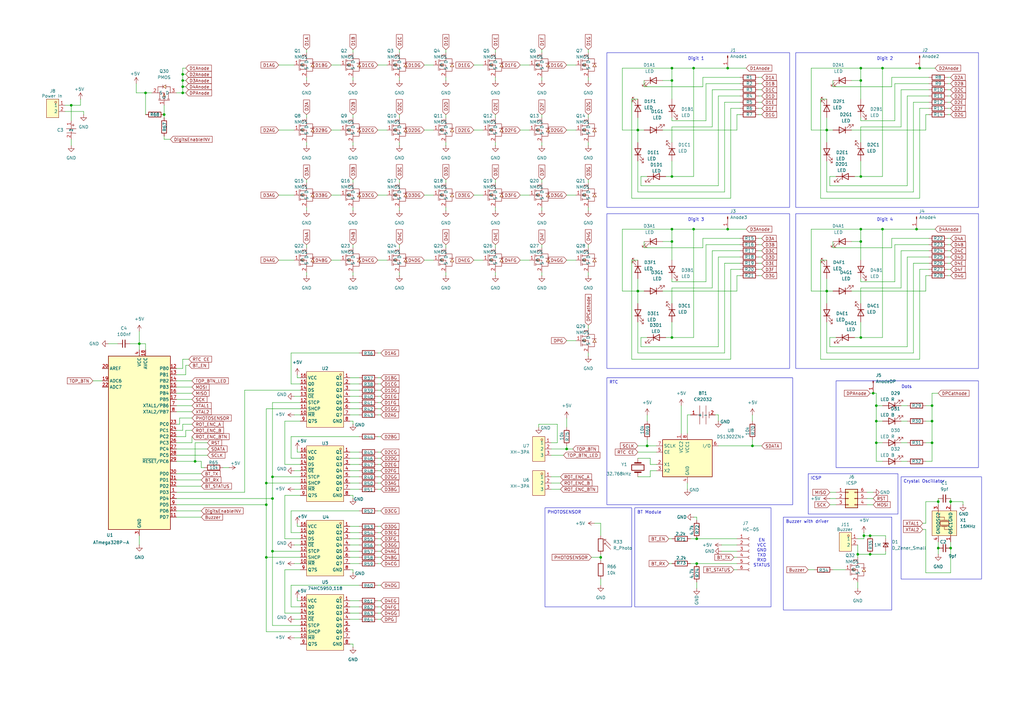
<source format=kicad_sch>
(kicad_sch (version 20250114) (generator "eeschema") (generator_version "9.0")
  (paper "A3")
  (rectangle (start 326.39 21.59) (end 401.32 85.09))
  (rectangle (start 248.92 21.59) (end 323.85 85.09))
  (rectangle (start 248.92 87.63) (end 323.85 151.13))
  (rectangle (start 342.9 156.21) (end 401.32 191.77))
  (rectangle (start 326.39 87.63) (end 401.32 151.13))
  (text "EN\nVCC\nGND\nTXD\nRXD\nSTATUS\n" (at 312.42 226.822 0) (effects (font (size 1.27 1.27))))
  (text "Dots" (at 371.856 158.75 0) (effects (font (size 1.27 1.27))))
  (text "Digit 1\n" (at 285.496 24.13 0) (effects (font (size 1.27 1.27))))
  (text "Digit 3" (at 285.496 90.17 0) (effects (font (size 1.27 1.27))))
  (text "Digit 4" (at 362.966 90.17 0) (effects (font (size 1.27 1.27))))
  (text "Digit 2\n" (at 362.966 24.13 0) (effects (font (size 1.27 1.27))))
  (text_box "RTC" (at 248.92 154.94 0) (size 76.2 52.07) (margins 0.9525 0.9525 0.9525 0.9525) (effects (font (size 1.27 1.27)) (justify left top)))
  (text_box "ICSP\n" (at 331.47 194.31 0) (size 36.83 16.51) (margins 0.9525 0.9525 0.9525 0.9525) (effects (font (size 1.27 1.27)) (justify left top)))
  (text_box "BT Module" (at 260.35 208.28 0) (size 55.88 40.64) (margins 0.9525 0.9525 0.9525 0.9525) (effects (font (size 1.27 1.27)) (justify left top)))
  (text_box "Crystal Oscillator\n" (at 369.57 195.58 0) (size 33.02 41.91) (margins 0.9525 0.9525 0.9525 0.9525) (effects (font (size 1.27 1.27)) (justify left top)))
  (text_box "Buzzer with driver" (at 321.31 212.09 0) (size 44.45 38.1) (margins 0.9525 0.9525 0.9525 0.9525) (effects (font (size 1.27 1.27)) (justify left top)))
  (text_box "PHOTOSENSOR\n" (at 223.52 208.28 0) (size 35.56 40.64) (margins 0.9525 0.9525 0.9525 0.9525) (effects (font (size 1.27 1.27)) (justify left top)))
  (junction (at 384.81 205.74))
  (junction (at 377.19 27.94))
  (junction (at 339.09 119.38))
  (junction (at 353.06 138.43))
  (junction (at 359.41 166.37))
  (junction (at 111.76 226.06))
  (junction (at 353.06 72.39))
  (junction (at 389.89 205.74))
  (junction (at 111.76 204.47))
  (junction (at 57.15 140.97))
  (junction (at 339.09 53.34))
  (junction (at 389.89 224.79))
  (junction (at 109.22 207.01))
  (junction (at 246.38 228.6))
  (junction (at 359.41 181.61))
  (junction (at 284.48 93.98))
  (junction (at 382.27 166.37))
  (junction (at 353.06 33.02))
  (junction (at 275.59 27.94))
  (junction (at 261.62 53.34))
  (junction (at 308.61 182.88))
  (junction (at 358.14 161.29))
  (junction (at 353.06 27.94))
  (junction (at 375.92 93.98))
  (junction (at 275.59 33.02))
  (junction (at 356.87 219.71))
  (junction (at 359.41 172.72))
  (junction (at 261.62 119.38))
  (junction (at 74.93 38.1))
  (junction (at 361.95 27.94))
  (junction (at 382.27 181.61))
  (junction (at 353.06 99.06))
  (junction (at 275.59 138.43))
  (junction (at 29.21 43.18))
  (junction (at 351.79 227.33))
  (junction (at 382.27 172.72))
  (junction (at 109.22 198.12))
  (junction (at 361.95 93.98))
  (junction (at 354.33 219.71))
  (junction (at 111.76 195.58))
  (junction (at 74.93 35.56))
  (junction (at 353.06 93.98))
  (junction (at 284.48 27.94))
  (junction (at 285.75 220.98))
  (junction (at 275.59 99.06))
  (junction (at 298.45 27.94))
  (junction (at 356.87 227.33))
  (junction (at 109.22 228.6))
  (junction (at 80.01 189.23))
  (junction (at 232.41 184.15))
  (junction (at 59.69 38.1))
  (junction (at 74.93 33.02))
  (junction (at 265.43 182.88))
  (junction (at 67.31 46.99))
  (junction (at 285.75 231.14))
  (junction (at 298.45 93.98))
  (junction (at 275.59 93.98))
  (junction (at 275.59 72.39))
  (junction (at 74.93 30.48))
  (junction (at 384.81 224.79))
  (wire (pts (xy 294.64 182.88) (xy 308.61 182.88)))
  (wire (pts (xy 275.59 132.08) (xy 275.59 138.43)))
  (wire (pts (xy 297.18 107.95) (xy 303.53 107.95)))
  (wire (pts (xy 288.29 97.79) (xy 303.53 97.79)))
  (wire (pts (xy 143.51 165.1) (xy 147.32 165.1)))
  (wire (pts (xy 255.27 53.34) (xy 255.27 27.94)))
  (wire (pts (xy 369.57 166.37) (xy 372.11 166.37)))
  (wire (pts (xy 284.48 212.09) (xy 285.75 212.09)))
  (wire (pts (xy 261.62 53.34) (xy 264.16 53.34)))
  (wire (pts (xy 369.57 36.83) (xy 381 36.83)))
  (wire (pts (xy 222.25 20.32) (xy 222.25 21.59)))
  (wire (pts (xy 203.2 46.99) (xy 203.2 48.26)))
  (wire (pts (xy 289.56 49.53) (xy 289.56 34.29)))
  (wire (pts (xy 143.51 157.48) (xy 147.32 157.48)))
  (wire (pts (xy 353.06 99.06) (xy 349.25 99.06)))
  (wire (pts (xy 144.78 100.33) (xy 144.78 101.6)))
  (wire (pts (xy 308.61 180.34) (xy 308.61 182.88)))
  (wire (pts (xy 353.06 132.08) (xy 353.06 138.43)))
  (wire (pts (xy 363.22 219.71) (xy 356.87 219.71)))
  (wire (pts (xy 111.76 226.06) (xy 123.19 226.06)))
  (wire (pts (xy 59.69 38.1) (xy 62.23 38.1)))
  (wire (pts (xy 353.06 118.11) (xy 369.57 118.11)))
  (wire (pts (xy 293.37 170.18) (xy 294.64 170.18)))
  (wire (pts (xy 73.66 171.45) (xy 73.66 173.99)))
  (wire (pts (xy 82.55 209.55) (xy 72.39 209.55)))
  (wire (pts (xy 135.89 53.34) (xy 139.7 53.34)))
  (wire (pts (xy 226.06 195.58) (xy 229.87 195.58)))
  (wire (pts (xy 261.62 182.88) (xy 265.43 182.88)))
  (wire (pts (xy 154.94 195.58) (xy 156.21 195.58)))
  (wire (pts (xy 359.41 166.37) (xy 361.95 166.37)))
  (wire (pts (xy 361.95 93.98) (xy 375.92 93.98)))
  (wire (pts (xy 116.84 233.68) (xy 116.84 251.46)))
  (wire (pts (xy 72.39 161.29) (xy 78.74 161.29)))
  (wire (pts (xy 67.31 46.99) (xy 67.31 48.26)))
  (wire (pts (xy 339.09 66.04) (xy 339.09 78.74)))
  (wire (pts (xy 275.59 33.02) (xy 271.78 33.02)))
  (wire (pts (xy 339.09 53.34) (xy 339.09 58.42)))
  (wire (pts (xy 232.41 139.7) (xy 236.22 139.7)))
  (wire (pts (xy 340.36 201.93) (xy 342.9 201.93)))
  (wire (pts (xy 76.2 153.67) (xy 76.2 149.86)))
  (wire (pts (xy 299.72 81.28) (xy 299.72 44.45)))
  (wire (pts (xy 143.51 185.42) (xy 147.32 185.42)))
  (wire (pts (xy 388.62 34.29) (xy 389.89 34.29)))
  (wire (pts (xy 72.39 158.75) (xy 78.74 158.75)))
  (wire (pts (xy 143.51 231.14) (xy 147.32 231.14)))
  (wire (pts (xy 294.64 170.18) (xy 294.64 172.72)))
  (wire (pts (xy 119.38 144.78) (xy 147.32 144.78)))
  (wire (pts (xy 355.6 207.01) (xy 358.14 207.01)))
  (wire (pts (xy 73.66 173.99) (xy 72.39 173.99)))
  (wire (pts (xy 74.93 27.94) (xy 74.93 30.48)))
  (wire (pts (xy 222.25 58.42) (xy 222.25 59.69)))
  (wire (pts (xy 243.84 214.63) (xy 246.38 214.63)))
  (wire (pts (xy 125.73 100.33) (xy 125.73 101.6)))
  (wire (pts (xy 59.69 38.1) (xy 59.69 46.99)))
  (wire (pts (xy 388.62 113.03) (xy 389.89 113.03)))
  (wire (pts (xy 203.2 100.33) (xy 203.2 101.6)))
  (wire (pts (xy 203.2 31.75) (xy 203.2 33.02)))
  (wire (pts (xy 353.06 106.68) (xy 353.06 99.06)))
  (wire (pts (xy 143.51 200.66) (xy 147.32 200.66)))
  (wire (pts (xy 143.51 198.12) (xy 147.32 198.12)))
  (wire (pts (xy 261.62 187.96) (xy 266.7 187.96)))
  (wire (pts (xy 367.03 115.57) (xy 367.03 100.33)))
  (wire (pts (xy 275.59 27.94) (xy 284.48 27.94)))
  (wire (pts (xy 143.51 251.46) (xy 147.32 251.46)))
  (wire (pts (xy 353.06 27.94) (xy 361.95 27.94)))
  (wire (pts (xy 135.89 80.01) (xy 139.7 80.01)))
  (wire (pts (xy 297.18 41.91) (xy 303.53 41.91)))
  (wire (pts (xy 341.63 35.56) (xy 365.76 35.56)))
  (wire (pts (xy 339.09 119.38) (xy 339.09 124.46)))
  (wire (pts (xy 340.36 207.01) (xy 342.9 207.01)))
  (wire (pts (xy 294.64 142.24) (xy 294.64 105.41)))
  (wire (pts (xy 353.06 138.43) (xy 361.95 138.43)))
  (wire (pts (xy 388.62 102.87) (xy 389.89 102.87)))
  (wire (pts (xy 261.62 106.68) (xy 259.08 106.68)))
  (wire (pts (xy 121.92 214.63) (xy 121.92 215.9)))
  (wire (pts (xy 379.73 113.03) (xy 381 113.03)))
  (wire (pts (xy 57.15 135.89) (xy 57.15 140.97)))
  (wire (pts (xy 353.06 115.57) (xy 367.03 115.57)))
  (wire (pts (xy 143.51 195.58) (xy 147.32 195.58)))
  (wire (pts (xy 74.93 173.99) (xy 78.74 173.99)))
  (wire (pts (xy 274.32 220.98) (xy 275.59 220.98)))
  (wire (pts (xy 388.62 41.91) (xy 389.89 41.91)))
  (wire (pts (xy 72.39 156.21) (xy 78.74 156.21)))
  (wire (pts (xy 377.19 44.45) (xy 381 44.45)))
  (wire (pts (xy 173.99 80.01) (xy 177.8 80.01)))
  (wire (pts (xy 264.16 33.02) (xy 264.16 35.56)))
  (wire (pts (xy 154.94 106.68) (xy 158.75 106.68)))
  (wire (pts (xy 284.48 27.94) (xy 298.45 27.94)))
  (wire (pts (xy 29.21 43.18) (xy 26.67 43.18)))
  (wire (pts (xy 111.76 256.54) (xy 123.19 256.54)))
  (wire (pts (xy 311.15 44.45) (xy 312.42 44.45)))
  (wire (pts (xy 232.41 184.15) (xy 234.95 184.15)))
  (wire (pts (xy 262.89 142.24) (xy 294.64 142.24)))
  (wire (pts (xy 353.06 49.53) (xy 367.03 49.53)))
  (wire (pts (xy 302.26 113.03) (xy 303.53 113.03)))
  (wire (pts (xy 340.36 204.47) (xy 342.9 204.47)))
  (wire (pts (xy 302.26 119.38) (xy 302.26 113.03)))
  (wire (pts (xy 265.43 72.39) (xy 262.89 72.39)))
  (wire (pts (xy 332.74 119.38) (xy 332.74 93.98)))
  (wire (pts (xy 379.73 217.17) (xy 379.73 234.95)))
  (wire (pts (xy 369.57 102.87) (xy 381 102.87)))
  (wire (pts (xy 72.39 184.15) (xy 85.09 184.15)))
  (wire (pts (xy 222.25 85.09) (xy 222.25 86.36)))
  (wire (pts (xy 289.56 34.29) (xy 303.53 34.29)))
  (wire (pts (xy 261.62 78.74) (xy 297.18 78.74)))
  (wire (pts (xy 311.15 110.49) (xy 312.42 110.49)))
  (wire (pts (xy 358.14 161.29) (xy 359.41 161.29)))
  (wire (pts (xy 372.11 39.37) (xy 381 39.37)))
  (wire (pts (xy 144.78 264.16) (xy 144.78 265.43)))
  (wire (pts (xy 388.62 107.95) (xy 389.89 107.95)))
  (wire (pts (xy 143.51 190.5) (xy 147.32 190.5)))
  (wire (pts (xy 372.11 142.24) (xy 372.11 105.41)))
  (wire (pts (xy 116.84 220.98) (xy 123.19 220.98)))
  (wire (pts (xy 355.6 204.47) (xy 358.14 204.47)))
  (wire (pts (xy 76.2 149.86) (xy 77.47 149.86)))
  (wire (pts (xy 379.73 181.61) (xy 382.27 181.61)))
  (wire (pts (xy 275.59 52.07) (xy 292.1 52.07)))
  (wire (pts (xy 213.36 26.67) (xy 217.17 26.67)))
  (wire (pts (xy 389.89 234.95) (xy 379.73 234.95)))
  (wire (pts (xy 154.94 246.38) (xy 156.21 246.38)))
  (wire (pts (xy 241.3 20.32) (xy 241.3 21.59)))
  (wire (pts (xy 332.74 27.94) (xy 353.06 27.94)))
  (wire (pts (xy 123.19 157.48) (xy 119.38 157.48)))
  (wire (pts (xy 80.01 181.61) (xy 80.01 189.23)))
  (wire (pts (xy 121.92 153.67) (xy 121.92 154.94)))
  (wire (pts (xy 111.76 195.58) (xy 111.76 204.47)))
  (wire (pts (xy 388.62 97.79) (xy 389.89 97.79)))
  (wire (pts (xy 339.09 119.38) (xy 332.74 119.38)))
  (wire (pts (xy 109.22 228.6) (xy 109.22 207.01)))
  (wire (pts (xy 275.59 72.39) (xy 284.48 72.39)))
  (wire (pts (xy 339.09 119.38) (xy 341.63 119.38)))
  (wire (pts (xy 74.93 27.94) (xy 76.2 27.94)))
  (wire (pts (xy 367.03 34.29) (xy 381 34.29)))
  (wire (pts (xy 182.88 58.42) (xy 182.88 59.69)))
  (wire (pts (xy 182.88 85.09) (xy 182.88 86.36)))
  (wire (pts (xy 119.38 240.03) (xy 147.32 240.03)))
  (wire (pts (xy 311.15 34.29) (xy 312.42 34.29)))
  (wire (pts (xy 74.93 35.56) (xy 76.2 35.56)))
  (wire (pts (xy 114.3 26.67) (xy 120.65 26.67)))
  (wire (pts (xy 339.09 78.74) (xy 374.65 78.74)))
  (wire (pts (xy 78.74 168.91) (xy 72.39 168.91)))
  (wire (pts (xy 342.9 72.39) (xy 340.36 72.39)))
  (wire (pts (xy 288.29 35.56) (xy 288.29 31.75)))
  (wire (pts (xy 194.31 53.34) (xy 198.12 53.34)))
  (wire (pts (xy 241.3 73.66) (xy 241.3 74.93)))
  (wire (pts (xy 379.73 189.23) (xy 382.27 189.23)))
  (wire (pts (xy 220.98 173.99) (xy 220.98 175.26)))
  (wire (pts (xy 382.27 166.37) (xy 382.27 161.29)))
  (wire (pts (xy 266.7 193.04) (xy 269.24 193.04)))
  (wire (pts (xy 332.74 53.34) (xy 332.74 27.94)))
  (wire (pts (xy 154.94 226.06) (xy 156.21 226.06)))
  (wire (pts (xy 74.93 151.13) (xy 74.93 147.32)))
  (wire (pts (xy 59.69 140.97) (xy 57.15 140.97)))
  (wire (pts (xy 111.76 165.1) (xy 111.76 195.58)))
  (wire (pts (xy 109.22 207.01) (xy 109.22 198.12)))
  (wire (pts (xy 182.88 73.66) (xy 182.88 74.93)))
  (wire (pts (xy 285.75 231.14) (xy 302.26 231.14)))
  (wire (pts (xy 389.89 222.25) (xy 389.89 224.79)))
  (wire (pts (xy 388.62 100.33) (xy 389.89 100.33)))
  (wire (pts (xy 74.93 30.48) (xy 74.93 33.02)))
  (wire (pts (xy 359.41 172.72) (xy 361.95 172.72)))
  (wire (pts (xy 369.57 189.23) (xy 372.11 189.23)))
  (wire (pts (xy 289.56 115.57) (xy 289.56 100.33)))
  (wire (pts (xy 388.62 44.45) (xy 389.89 44.45)))
  (wire (pts (xy 143.51 228.6) (xy 147.32 228.6)))
  (wire (pts (xy 311.15 39.37) (xy 312.42 39.37)))
  (wire (pts (xy 265.43 170.18) (xy 265.43 172.72)))
  (wire (pts (xy 154.94 170.18) (xy 156.21 170.18)))
  (wire (pts (xy 389.89 205.74) (xy 394.97 205.74)))
  (wire (pts (xy 382.27 166.37) (xy 382.27 172.72)))
  (wire (pts (xy 353.06 72.39) (xy 350.52 72.39)))
  (wire (pts (xy 222.25 100.33) (xy 222.25 101.6)))
  (wire (pts (xy 271.78 119.38) (xy 302.26 119.38)))
  (wire (pts (xy 72.39 194.31) (xy 82.55 194.31)))
  (wire (pts (xy 275.59 106.68) (xy 275.59 99.06)))
  (wire (pts (xy 375.92 93.98) (xy 383.54 93.98)))
  (wire (pts (xy 109.22 198.12) (xy 109.22 167.64)))
  (wire (pts (xy 241.3 111.76) (xy 241.3 113.03)))
  (wire (pts (xy 336.55 81.28) (xy 377.19 81.28)))
  (wire (pts (xy 163.83 46.99) (xy 163.83 48.26)))
  (wire (pts (xy 264.16 35.56) (xy 288.29 35.56)))
  (wire (pts (xy 154.94 167.64) (xy 156.21 167.64)))
  (wire (pts (xy 26.67 45.72) (xy 34.29 45.72)))
  (wire (pts (xy 143.51 254) (xy 147.32 254)))
  (wire (pts (xy 299.72 110.49) (xy 303.53 110.49)))
  (wire (pts (xy 121.92 185.42) (xy 123.19 185.42)))
  (wire (pts (xy 78.74 166.37) (xy 72.39 166.37)))
  (wire (pts (xy 144.78 111.76) (xy 144.78 113.03)))
  (wire (pts (xy 382.27 172.72) (xy 382.27 181.61)))
  (wire (pts (xy 116.84 251.46) (xy 123.19 251.46)))
  (wire (pts (xy 72.39 196.85) (xy 82.55 196.85)))
  (wire (pts (xy 374.65 144.78) (xy 374.65 107.95)))
  (wire (pts (xy 119.38 179.07) (xy 147.32 179.07)))
  (wire (pts (xy 295.91 223.52) (xy 302.26 223.52)))
  (wire (pts (xy 292.1 118.11) (xy 292.1 102.87)))
  (wire (pts (xy 311.15 41.91) (xy 312.42 41.91)))
  (wire (pts (xy 154.94 190.5) (xy 156.21 190.5)))
  (wire (pts (xy 353.06 124.46) (xy 353.06 118.11)))
  (wire (pts (xy 226.06 186.69) (xy 231.14 186.69)))
  (wire (pts (xy 340.36 142.24) (xy 372.11 142.24)))
  (wire (pts (xy 261.62 119.38) (xy 264.16 119.38)))
  (wire (pts (xy 353.06 99.06) (xy 353.06 93.98)))
  (wire (pts (xy 349.25 53.34) (xy 379.73 53.34)))
  (wire (pts (xy 311.15 36.83) (xy 312.42 36.83)))
  (wire (pts (xy 255.27 27.94) (xy 275.59 27.94)))
  (wire (pts (xy 246.38 214.63) (xy 246.38 219.71)))
  (wire (pts (xy 125.73 111.76) (xy 125.73 113.03)))
  (wire (pts (xy 340.36 138.43) (xy 340.36 142.24)))
  (wire (pts (xy 353.06 138.43) (xy 350.52 138.43)))
  (wire (pts (xy 261.62 53.34) (xy 255.27 53.34)))
  (wire (pts (xy 340.36 72.39) (xy 340.36 76.2)))
  (wire (pts (xy 363.22 220.98) (xy 363.22 219.71)))
  (wire (pts (xy 74.93 30.48) (xy 76.2 30.48)))
  (wire (pts (xy 72.39 176.53) (xy 74.93 176.53)))
  (wire (pts (xy 261.62 185.42) (xy 269.24 185.42)))
  (wire (pts (xy 284.48 72.39) (xy 284.48 27.94)))
  (wire (pts (xy 135.89 26.67) (xy 139.7 26.67)))
  (wire (pts (xy 154.94 240.03) (xy 156.21 240.03)))
  (wire (pts (xy 143.51 160.02) (xy 147.32 160.02)))
  (wire (pts (xy 154.94 179.07) (xy 156.21 179.07)))
  (wire (pts (xy 163.83 20.32) (xy 163.83 21.59)))
  (wire (pts (xy 222.25 111.76) (xy 222.25 113.03)))
  (wire (pts (xy 339.09 40.64) (xy 336.55 40.64)))
  (wire (pts (xy 143.51 233.68) (xy 144.78 233.68)))
  (wire (pts (xy 379.73 205.74) (xy 379.73 214.63)))
  (wire (pts (xy 143.51 172.72) (xy 144.78 172.72)))
  (wire (pts (xy 353.06 66.04) (xy 353.06 72.39)))
  (wire (pts (xy 384.81 224.79) (xy 384.81 227.33)))
  (wire (pts (xy 336.55 147.32) (xy 377.19 147.32)))
  (wire (pts (xy 100.33 160.02) (xy 100.33 201.93)))
  (wire (pts (xy 228.6 173.99) (xy 220.98 173.99)))
  (wire (pts (xy 82.55 189.23) (xy 80.01 189.23)))
  (wire (pts (xy 213.36 53.34) (xy 217.17 53.34)))
  (wire (pts (xy 74.93 147.32) (xy 77.47 147.32)))
  (wire (pts (xy 72.39 181.61) (xy 78.74 181.61)))
  (wire (pts (xy 203.2 73.66) (xy 203.2 74.93)))
  (wire (pts (xy 332.74 93.98) (xy 353.06 93.98)))
  (wire (pts (xy 111.76 195.58) (xy 123.19 195.58)))
  (wire (pts (xy 311.15 31.75) (xy 312.42 31.75)))
  (wire (pts (xy 339.09 114.3) (xy 339.09 119.38)))
  (wire (pts (xy 100.33 201.93) (xy 72.39 201.93)))
  (wire (pts (xy 226.06 198.12) (xy 229.87 198.12)))
  (wire (pts (xy 382.27 181.61) (xy 382.27 189.23)))
  (wire (pts (xy 378.46 217.17) (xy 379.73 217.17)))
  (wire (pts (xy 72.39 204.47) (xy 111.76 204.47)))
  (wire (pts (xy 232.41 106.68) (xy 236.22 106.68)))
  (wire (pts (xy 246.38 228.6) (xy 242.57 228.6)))
  (wire (pts (xy 288.29 101.6) (xy 288.29 97.79)))
  (wire (pts (xy 284.48 138.43) (xy 284.48 93.98)))
  (wire (pts (xy 144.78 46.99) (xy 144.78 48.26)))
  (wire (pts (xy 374.65 41.91) (xy 381 41.91)))
  (wire (pts (xy 259.08 106.68) (xy 259.08 147.32)))
  (wire (pts (xy 121.92 184.15) (xy 121.92 185.42)))
  (wire (pts (xy 121.92 245.11) (xy 121.92 246.38)))
  (wire (pts (xy 353.06 114.3) (xy 353.06 115.57)))
  (wire (pts (xy 143.51 154.94) (xy 147.32 154.94)))
  (wire (pts (xy 336.55 40.64) (xy 336.55 81.28)))
  (wire (pts (xy 203.2 111.76) (xy 203.2 113.03)))
  (wire (pts (xy 72.39 179.07) (xy 76.2 179.07)))
  (wire (pts (xy 154.94 198.12) (xy 156.21 198.12)))
  (wire (pts (xy 154.94 154.94) (xy 156.21 154.94)))
  (wire (pts (xy 372.11 105.41) (xy 381 105.41)))
  (wire (pts (xy 275.59 138.43) (xy 284.48 138.43)))
  (wire (pts (xy 29.21 43.18) (xy 29.21 49.53)))
  (wire (pts (xy 261.62 119.38) (xy 261.62 124.46)))
  (wire (pts (xy 379.73 46.99) (xy 381 46.99)))
  (wire (pts (xy 339.09 48.26) (xy 339.09 53.34)))
  (wire (pts (xy 311.15 107.95) (xy 312.42 107.95)))
  (wire (pts (xy 125.73 85.09) (xy 125.73 86.36)))
  (wire (pts (xy 275.59 93.98) (xy 284.48 93.98)))
  (wire (pts (xy 163.83 85.09) (xy 163.83 86.36)))
  (wire (pts (xy 116.84 172.72) (xy 116.84 190.5)))
  (wire (pts (xy 266.7 195.58) (xy 266.7 193.04)))
  (wire (pts (xy 182.88 100.33) (xy 182.88 101.6)))
  (wire (pts (xy 163.83 31.75) (xy 163.83 33.02)))
  (wire (pts (xy 154.94 254) (xy 156.21 254)))
  (wire (pts (xy 144.78 172.72) (xy 144.78 173.99)))
  (wire (pts (xy 241.3 58.42) (xy 241.3 59.69)))
  (wire (pts (xy 34.29 45.72) (xy 34.29 46.99)))
  (wire (pts (xy 341.63 99.06) (xy 341.63 101.6)))
  (wire (pts (xy 299.72 147.32) (xy 299.72 110.49)))
  (wire (pts (xy 232.41 26.67) (xy 236.22 26.67)))
  (wire (pts (xy 294.64 105.41) (xy 303.53 105.41)))
  (wire (pts (xy 119.38 157.48) (xy 119.38 144.78)))
  (wire (pts (xy 109.22 198.12) (xy 123.19 198.12)))
  (wire (pts (xy 213.36 80.01) (xy 217.17 80.01)))
  (wire (pts (xy 340.36 76.2) (xy 372.11 76.2)))
  (wire (pts (xy 275.59 66.04) (xy 275.59 72.39)))
  (wire (pts (xy 339.09 53.34) (xy 332.74 53.34)))
  (wire (pts (xy 120.65 231.14) (xy 123.19 231.14)))
  (wire (pts (xy 341.63 233.68) (xy 346.71 233.68)))
  (wire (pts (xy 367.03 49.53) (xy 367.03 34.29)))
  (wire (pts (xy 354.33 220.98) (xy 354.33 219.71)))
  (wire (pts (xy 292.1 36.83) (xy 303.53 36.83)))
  (wire (pts (xy 369.57 52.07) (xy 369.57 36.83)))
  (wire (pts (xy 365.76 31.75) (xy 381 31.75)))
  (wire (pts (xy 114.3 106.68) (xy 120.65 106.68)))
  (wire (pts (xy 365.76 101.6) (xy 365.76 97.79)))
  (wire (pts (xy 341.63 33.02) (xy 341.63 35.56)))
  (wire (pts (xy 135.89 106.68) (xy 139.7 106.68)))
  (wire (pts (xy 222.25 46.99) (xy 222.25 48.26)))
  (wire (pts (xy 389.89 224.79) (xy 389.89 234.95)))
  (wire (pts (xy 275.59 99.06) (xy 275.59 93.98)))
  (wire (pts (xy 351.79 223.52) (xy 351.79 227.33)))
  (wire (pts (xy 283.21 220.98) (xy 285.75 220.98)))
  (wire (pts (xy 384.81 205.74) (xy 384.81 207.01)))
  (wire (pts (xy 72.39 151.13) (xy 74.93 151.13)))
  (wire (pts (xy 57.15 140.97) (xy 57.15 143.51)))
  (wire (pts (xy 339.09 106.68) (xy 336.55 106.68)))
  (wire (pts (xy 163.83 58.42) (xy 163.83 59.69)))
  (wire (pts (xy 154.94 215.9) (xy 156.21 215.9)))
  (wire (pts (xy 154.94 220.98) (xy 156.21 220.98)))
  (wire (pts (xy 377.19 147.32) (xy 377.19 110.49)))
  (wire (pts (xy 143.51 170.18) (xy 147.32 170.18)))
  (wire (pts (xy 261.62 195.58) (xy 266.7 195.58)))
  (wire (pts (xy 123.19 172.72) (xy 116.84 172.72)))
  (wire (pts (xy 365.76 97.79) (xy 381 97.79)))
  (wire (pts (xy 173.99 53.34) (xy 177.8 53.34)))
  (wire (pts (xy 361.95 189.23) (xy 359.41 189.23)))
  (wire (pts (xy 261.62 114.3) (xy 261.62 119.38)))
  (wire (pts (xy 331.47 233.68) (xy 334.01 233.68)))
  (wire (pts (xy 284.48 93.98) (xy 298.45 93.98)))
  (wire (pts (xy 163.83 111.76) (xy 163.83 113.03)))
  (wire (pts (xy 336.55 106.68) (xy 336.55 147.32)))
  (wire (pts (xy 144.78 233.68) (xy 144.78 234.95)))
  (wire (pts (xy 119.38 187.96) (xy 119.38 179.07)))
  (wire (pts (xy 116.84 190.5) (xy 123.19 190.5)))
  (wire (pts (xy 311.15 105.41) (xy 312.42 105.41)))
  (wire (pts (xy 353.06 33.02) (xy 349.25 33.02)))
  (wire (pts (xy 339.09 132.08) (xy 339.09 144.78)))
  (wire (pts (xy 74.93 176.53) (xy 74.93 173.99)))
  (wire (pts (xy 72.39 212.09) (xy 82.55 212.09)))
  (wire (pts (xy 144.78 58.42) (xy 144.78 59.69)))
  (wire (pts (xy 275.59 99.06) (xy 271.78 99.06)))
  (wire (pts (xy 359.41 166.37) (xy 359.41 172.72)))
  (wire (pts (xy 154.94 165.1) (xy 156.21 165.1)))
  (wire (pts (xy 143.51 218.44) (xy 147.32 218.44)))
  (wire (pts (xy 265.43 138.43) (xy 262.89 138.43)))
  (wire (pts (xy 265.43 180.34) (xy 265.43 182.88)))
  (wire (pts (xy 154.94 160.02) (xy 156.21 160.02)))
  (wire (pts (xy 356.87 227.33) (xy 363.22 227.33)))
  (wire (pts (xy 308.61 170.18) (xy 308.61 172.72)))
  (wire (pts (xy 143.51 203.2) (xy 144.78 203.2)))
  (wire (pts (xy 194.31 80.01) (xy 198.12 80.01)))
  (wire (pts (xy 363.22 227.33) (xy 363.22 226.06)))
  (wire (pts (xy 275.59 40.64) (xy 275.59 33.02)))
  (wire (pts (xy 264.16 101.6) (xy 288.29 101.6)))
  (wire (pts (xy 76.2 176.53) (xy 78.74 176.53)))
  (wire (pts (xy 120.65 254) (xy 123.19 254)))
  (wire (pts (xy 232.41 53.34) (xy 236.22 53.34)))
  (wire (pts (xy 154.94 228.6) (xy 156.21 228.6)))
  (wire (pts (xy 143.51 246.38) (xy 147.32 246.38)))
  (wire (pts (xy 354.33 219.71) (xy 354.33 218.44)))
  (wire (pts (xy 379.73 53.34) (xy 379.73 46.99)))
  (wire (pts (xy 351.79 220.98) (xy 354.33 220.98)))
  (wire (pts (xy 154.94 26.67) (xy 158.75 26.67)))
  (wire (pts (xy 369.57 172.72) (xy 372.11 172.72)))
  (wire (pts (xy 114.3 80.01) (xy 120.65 80.01)))
  (wire (pts (xy 353.06 48.26) (xy 353.06 49.53)))
  (wire (pts (xy 154.94 157.48) (xy 156.21 157.48)))
  (wire (pts (xy 154.94 187.96) (xy 156.21 187.96)))
  (wire (pts (xy 274.32 231.14) (xy 275.59 231.14)))
  (wire (pts (xy 173.99 26.67) (xy 177.8 26.67)))
  (wire (pts (xy 154.94 251.46) (xy 156.21 251.46)))
  (wire (pts (xy 119.38 248.92) (xy 123.19 248.92)))
  (wire (pts (xy 232.41 80.01) (xy 236.22 80.01)))
  (wire (pts (xy 120.65 261.62) (xy 123.19 261.62)))
  (wire (pts (xy 38.1 156.21) (xy 41.91 156.21)))
  (wire (pts (xy 359.41 181.61) (xy 361.95 181.61)))
  (wire (pts (xy 241.3 85.09) (xy 241.3 86.36)))
  (wire (pts (xy 261.62 53.34) (xy 261.62 58.42)))
  (wire (pts (xy 311.15 102.87) (xy 312.42 102.87)))
  (wire (pts (xy 259.08 40.64) (xy 259.08 81.28)))
  (wire (pts (xy 281.94 198.12) (xy 281.94 200.66)))
  (wire (pts (xy 300.99 233.68) (xy 302.26 233.68)))
  (wire (pts (xy 261.62 144.78) (xy 297.18 144.78)))
  (wire (pts (xy 351.79 227.33) (xy 351.79 228.6)))
  (wire (pts (xy 369.57 118.11) (xy 369.57 102.87)))
  (wire (pts (xy 154.94 80.01) (xy 158.75 80.01)))
  (wire (pts (xy 144.78 203.2) (xy 144.78 204.47)))
  (wire (pts (xy 194.31 106.68) (xy 198.12 106.68)))
  (wire (pts (xy 297.18 144.78) (xy 297.18 107.95)))
  (wire (pts (xy 384.81 205.74) (xy 379.73 205.74)))
  (wire (pts (xy 361.95 138.43) (xy 361.95 93.98)))
  (wire (pts (xy 356.87 161.29) (xy 358.14 161.29)))
  (wire (pts (xy 203.2 20.32) (xy 203.2 21.59)))
  (wire (pts (xy 262.89 138.43) (xy 262.89 142.24)))
  (wire (pts (xy 143.51 215.9) (xy 147.32 215.9)))
  (wire (pts (xy 123.19 233.68) (xy 116.84 233.68)))
  (wire (pts (xy 261.62 48.26) (xy 261.62 53.34)))
  (wire (pts (xy 143.51 223.52) (xy 147.32 223.52)))
  (wire (pts (xy 341.63 101.6) (xy 365.76 101.6)))
  (wire (pts (xy 163.83 73.66) (xy 163.83 74.93)))
  (wire (pts (xy 359.41 161.29) (xy 359.41 166.37)))
  (wire (pts (xy 372.11 76.2) (xy 372.11 39.37)))
  (wire (pts (xy 143.51 187.96) (xy 147.32 187.96)))
  (wire (pts (xy 288.29 31.75) (xy 303.53 31.75)))
  (wire (pts (xy 154.94 248.92) (xy 156.21 248.92)))
  (wire (pts (xy 120.65 193.04) (xy 123.19 193.04)))
  (wire (pts (xy 226.06 200.66) (xy 229.87 200.66)))
  (wire (pts (xy 72.39 153.67) (xy 76.2 153.67)))
  (wire (pts (xy 275.59 72.39) (xy 273.05 72.39)))
  (wire (pts (xy 292.1 102.87) (xy 303.53 102.87)))
  (wire (pts (xy 384.81 204.47) (xy 384.81 205.74)))
  (wire (pts (xy 261.62 119.38) (xy 255.27 119.38)))
  (wire (pts (xy 154.94 53.34) (xy 158.75 53.34)))
  (wire (pts (xy 44.45 140.97) (xy 48.26 140.97)))
  (wire (pts (xy 377.19 110.49) (xy 381 110.49)))
  (wire (pts (xy 82.55 191.77) (xy 82.55 189.23)))
  (wire (pts (xy 121.92 215.9) (xy 123.19 215.9)))
  (wire (pts (xy 384.81 222.25) (xy 384.81 224.79)))
  (wire (pts (xy 232.41 182.88) (xy 232.41 184.15)))
  (wire (pts (xy 283.21 231.14) (xy 285.75 231.14)))
  (wire (pts (xy 311.15 46.99) (xy 312.42 46.99)))
  (wire (pts (xy 109.22 167.64) (xy 123.19 167.64)))
  (wire (pts (xy 82.55 191.77) (xy 83.82 191.77)))
  (wire (pts (xy 33.02 40.64) (xy 33.02 43.18)))
  (wire (pts (xy 241.3 46.99) (xy 241.3 48.26)))
  (wire (pts (xy 351.79 227.33) (xy 356.87 227.33)))
  (wire (pts (xy 378.46 214.63) (xy 379.73 214.63)))
  (wire (pts (xy 266.7 190.5) (xy 269.24 190.5)))
  (wire (pts (xy 74.93 33.02) (xy 76.2 33.02)))
  (wire (pts (xy 74.93 38.1) (xy 76.2 38.1)))
  (wire (pts (xy 264.16 99.06) (xy 264.16 101.6)))
  (wire (pts (xy 298.45 93.98) (xy 306.07 93.98)))
  (wire (pts (xy 302.26 53.34) (xy 302.26 46.99)))
  (wire (pts (xy 285.75 220.98) (xy 302.26 220.98)))
  (wire (pts (xy 120.65 162.56) (xy 123.19 162.56)))
  (wire (pts (xy 379.73 119.38) (xy 379.73 113.03)))
  (wire (pts (xy 294.64 76.2) (xy 294.64 39.37)))
  (wire (pts (xy 154.94 193.04) (xy 156.21 193.04)))
  (wire (pts (xy 123.19 187.96) (xy 119.38 187.96)))
  (wire (pts (xy 275.59 48.26) (xy 275.59 49.53)))
  (wire (pts (xy 283.21 170.18) (xy 281.94 170.18)))
  (wire (pts (xy 374.65 107.95) (xy 381 107.95)))
  (wire (pts (xy 203.2 58.42) (xy 203.2 59.69)))
  (wire (pts (xy 275.59 58.42) (xy 275.59 52.07)))
  (wire (pts (xy 78.74 171.45) (xy 73.66 171.45)))
  (wire (pts (xy 120.65 223.52) (xy 123.19 223.52)))
  (wire (pts (xy 361.95 27.94) (xy 377.19 27.94)))
  (wire (pts (xy 125.73 46.99) (xy 125.73 48.26)))
  (wire (pts (xy 262.89 72.39) (xy 262.89 76.2)))
  (wire (pts (xy 109.22 228.6) (xy 123.19 228.6)))
  (wire (pts (xy 154.94 218.44) (xy 156.21 218.44)))
  (wire (pts (xy 308.61 182.88) (xy 312.42 182.88)))
  (wire (pts (xy 125.73 31.75) (xy 125.73 33.02)))
  (wire (pts (xy 29.21 57.15) (xy 29.21 59.69)))
  (wire (pts (xy 262.89 76.2) (xy 294.64 76.2)))
  (wire (pts (xy 55.88 38.1) (xy 59.69 38.1)))
  (wire (pts (xy 241.3 144.78) (xy 241.3 146.05)))
  (wire (pts (xy 241.3 133.35) (xy 241.3 134.62)))
  (wire (pts (xy 144.78 31.75) (xy 144.78 33.02)))
  (wire (pts (xy 285.75 212.09) (xy 285.75 213.36)))
  (wire (pts (xy 265.43 182.88) (xy 269.24 182.88)))
  (wire (pts (xy 143.51 167.64) (xy 147.32 167.64)))
  (wire (pts (xy 125.73 20.32) (xy 125.73 21.59)))
  (wire (pts (xy 80.01 189.23) (xy 72.39 189.23)))
  (wire (pts (xy 78.74 181.61) (xy 78.74 179.07)))
  (wire (pts (xy 241.3 100.33) (xy 241.3 101.6)))
  (wire (pts (xy 120.65 170.18) (xy 123.19 170.18)))
  (wire (pts (xy 379.73 172.72) (xy 382.27 172.72)))
  (wire (pts (xy 311.15 113.03) (xy 312.42 113.03)))
  (wire (pts (xy 299.72 44.45) (xy 303.53 44.45)))
  (wire (pts (xy 241.3 31.75) (xy 241.3 33.02)))
  (wire (pts (xy 125.73 73.66) (xy 125.73 74.93)))
  (wire (pts (xy 114.3 53.34) (xy 120.65 53.34)))
  (wire (pts (xy 302.26 46.99) (xy 303.53 46.99)))
  (wire (pts (xy 275.59 33.02) (xy 275.59 27.94)))
  (wire (pts (xy 379.73 166.37) (xy 382.27 166.37)))
  (wire (pts (xy 388.62 36.83) (xy 389.89 36.83)))
  (wire (pts (xy 359.41 181.61) (xy 359.41 189.23)))
  (wire (pts (xy 369.57 181.61) (xy 372.11 181.61)))
  (wire (pts (xy 226.06 184.15) (xy 232.41 184.15)))
  (wire (pts (xy 275.59 124.46) (xy 275.59 118.11)))
  (wire (pts (xy 388.62 46.99) (xy 389.89 46.99)))
  (wire (pts (xy 255.27 119.38) (xy 255.27 93.98)))
  (wire (pts (xy 388.62 110.49) (xy 389.89 110.49)))
  (wire (pts (xy 298.45 27.94) (xy 306.07 27.94)))
  (wire (pts (xy 275.59 49.53) (xy 289.56 49.53)))
  (wire (pts (xy 143.51 162.56) (xy 147.32 162.56)))
  (wire (pts (xy 355.6 201.93) (xy 358.14 201.93)))
  (wire (pts (xy 246.38 237.49) (xy 246.38 240.03)))
  (wire (pts (xy 367.03 100.33) (xy 381 100.33)))
  (wire (pts (xy 194.31 26.67) (xy 198.12 26.67)))
  (wire (pts (xy 123.19 203.2) (xy 116.84 203.2)))
  (wire (pts (xy 72.39 38.1) (xy 74.93 38.1)))
  (wire (pts (xy 353.06 58.42) (xy 353.06 52.07)))
  (wire (pts (xy 74.93 35.56) (xy 74.93 38.1)))
  (wire (pts (xy 143.51 193.04) (xy 147.32 193.04)))
  (wire (pts (xy 339.09 144.78) (xy 374.65 144.78)))
  (wire (pts (xy 182.88 20.32) (xy 182.88 21.59)))
  (wire (pts (xy 120.65 200.66) (xy 123.19 200.66)))
  (wire (pts (xy 55.88 34.29) (xy 55.88 38.1)))
  (wire (pts (xy 154.94 200.66) (xy 156.21 200.66)))
  (wire (pts (xy 67.31 43.18) (xy 67.31 46.99)))
  (wire (pts (xy 246.38 228.6) (xy 246.38 229.87)))
  (wire (pts (xy 279.4 166.37) (xy 279.4 177.8)))
  (wire (pts (xy 111.76 204.47) (xy 111.76 226.06)))
  (wire (pts (xy 144.78 73.66) (xy 144.78 74.93)))
  (wire (pts (xy 311.15 97.79) (xy 312.42 97.79)))
  (wire (pts (xy 259.08 147.32) (xy 299.72 147.32)))
  (wire (pts (xy 222.25 73.66) (xy 222.25 74.93)))
  (wire (pts (xy 275.59 115.57) (xy 289.56 115.57)))
  (wire (pts (xy 261.62 132.08) (xy 261.62 144.78)))
  (wire (pts (xy 377.19 81.28) (xy 377.19 44.45)))
  (wire (pts (xy 342.9 138.43) (xy 340.36 138.43)))
  (wire (pts (xy 292.1 52.07) (xy 292.1 36.83)))
  (wire (pts (xy 374.65 78.74) (xy 374.65 41.91)))
  (wire (pts (xy 261.62 66.04) (xy 261.62 78.74)))
  (wire (pts (xy 93.98 191.77) (xy 91.44 191.77)))
  (wire (pts (xy 154.94 231.14) (xy 156.21 231.14)))
  (wire (pts (xy 53.34 140.97) (xy 57.15 140.97)))
  (wire (pts (xy 72.39 186.69) (xy 85.09 186.69)))
  (wire (pts (xy 389.89 207.01) (xy 389.89 205.74)))
  (wire (pts (xy 232.41 171.45) (xy 232.41 175.26)))
  (wire (pts (xy 182.88 31.75) (xy 182.88 33.02)))
  (wire (pts (xy 154.94 209.55) (xy 156.21 209.55)))
  (wire (pts (xy 74.93 33.02) (xy 74.93 35.56)))
  (wire (pts (xy 289.56 100.33) (xy 303.53 100.33)))
  (wire (pts (xy 353.06 72.39) (xy 361.95 72.39)))
  (wire (pts (xy 294.64 39.37) (xy 303.53 39.37)))
  (wire (pts (xy 154.94 162.56) (xy 156.21 162.56)))
  (wire (pts (xy 182.88 111.76) (xy 182.88 113.03)))
  (wire (pts (xy 297.18 78.74) (xy 297.18 41.91)))
  (wire (pts (xy 377.19 27.94) (xy 383.54 27.94)))
  (wire (pts (xy 388.62 39.37) (xy 389.89 39.37)))
  (wire (pts (xy 173.99 106.68) (xy 177.8 106.68)))
  (wire (pts (xy 353.06 40.64) (xy 353.06 33.02)))
  (wire (pts (xy 154.94 185.42) (xy 156.21 185.42)))
  (wire (pts (xy 388.62 31.75) (xy 389.89 31.75)))
  (wire (pts (xy 72.39 207.01) (xy 109.22 207.01)))
  (wire (pts (xy 295.91 226.06) (xy 302.26 226.06)))
  (wire (pts (xy 144.78 20.32) (xy 144.78 21.59)))
  (wire (pts (xy 143.51 220.98) (xy 147.32 220.98)))
  (wire (pts (xy 354.33 219.71) (xy 356.87 219.71)))
  (wire (pts (xy 388.62 105.41) (xy 389.89 105.41)))
  (wire (pts (xy 361.95 72.39) (xy 361.95 27.94)))
  (wire (pts (xy 123.19 165.1) (xy 111.76 165.1)))
  (wire (pts (xy 163.83 100.33) (xy 163.83 101.6)))
  (wire (pts (xy 119.38 240.03) (xy 119.38 248.92)))
  (wire (pts (xy 109.22 259.08) (xy 109.22 228.6)))
  (wire (pts (xy 203.2 85.09) (xy 203.2 86.36)))
  (wire (pts (xy 121.92 246.38) (xy 123.19 246.38)))
  (wire (pts (xy 67.31 57.15) (xy 69.85 57.15)))
  (wire (pts (xy 339.09 53.34) (xy 341.63 53.34)))
  (wire (pts (xy 119.38 209.55) (xy 119.38 218.44)))
  (wire (pts (xy 154.94 223.52) (xy 156.21 223.52)))
  (wire (pts (xy 271.78 53.34) (xy 302.26 53.34)))
  (wire (pts (xy 57.15 219.71) (xy 57.15 223.52)))
  (wire (pts (xy 33.02 43.18) (xy 29.21 43.18)))
  (wire (pts (xy 351.79 238.76) (xy 351.79 241.3)))
  (wire (pts (xy 116.84 203.2) (xy 116.84 220.98)))
  (wire (pts (xy 143.51 226.06) (xy 147.32 226.06)))
  (wire (pts (xy 353.06 33.02) (xy 353.06 27.94)))
  (wire (pts (xy 275.59 118.11) (xy 292.1 118.11)))
  (wire (pts (xy 222.25 31.75) (xy 222.25 33.02)))
  (wire (pts (xy 300.99 228.6) (xy 302.26 228.6)))
  (wire (pts (xy 246.38 227.33) (xy 246.38 228.6)))
  (wire (pts (xy 228.6 173.99) (xy 228.6 181.61)))
  (wire (pts (xy 311.15 100.33) (xy 312.42 100.33)))
  (wire (pts (xy 261.62 40.64) (xy 259.08 40.64)))
  (wire (pts (xy 255.27 93.98) (xy 275.59 93.98)))
  (wire (pts (xy 119.38 218.44) (xy 123.19 218.44)))
  (wire (pts (xy 125.73 58.42) (xy 125.73 59.69)))
  (wire (pts (xy 353.06 52.07) (xy 369.57 52.07)))
  (wire (pts (xy 228.6 181.61) (xy 226.06 181.61)))
  (wire (pts (xy 213.36 106.68) (xy 217.17 106.68)))
  (wire (pts (xy 259.08 81.28) (xy 299.72 81.28)))
  (wire (pts (xy 353.06 93.98) (xy 361.95 93.98)))
  (wire (pts (xy 359.41 172.72) (xy 359.41 181.61)))
  (wire (pts (xy 111.76 226.06) (xy 111.76 256.54)))
  (wire (pts (xy 100.33 160.02) (xy 123.19 160.02)))
  (wire (pts (xy 275.59 138.43) (xy 273.05 138.43)))
  (wire (pts (xy 182.88 46.99) (xy 182.88 48.26)))
  (wire (pts (xy 72.39 163.83) (xy 78.74 163.83)))
  (wire (pts (xy 394.97 205.74) (xy 394.97 207.01)))
  (wire (pts (xy 266.7 187.96) (xy 266.7 190.5)))
  (wire (pts (xy 281.94 170.18) (xy 281.94 177.8)))
  (wire (pts (xy 119.38 209.55) (xy 147.32 209.55)))
  (wire (pts (xy 389.89 204.47) (xy 389.89 205.74)))
  (wire (pts (xy 76.2 179.07) (xy 76.2 176.53)))
  (wire (pts (xy 349.25 119.38) (xy 379.73 119.38)))
  (wire (pts (xy 67.31 55.88) (xy 67.31 57.15)))
  (wire (pts (xy 143.51 264.16) (xy 144.78 264.16)))
  (wire (pts (xy 59.69 143.51) (xy 59.69 140.97)))
  (wire (pts (xy 121.92 154.94) (xy 123.19 154.94)))
  (wire (pts (xy 154.94 144.78) (xy 156.21 144.78)))
  (wire (pts (xy 143.51 248.92) (xy 147.32 248.92)))
  (wire (pts (xy 123.19 259.08) (xy 109.22 259.08)))
  (wire (pts (xy 72.39 199.39) (xy 82.55 199.39)))
  (wire (pts (xy 275.59 114.3) (xy 275.59 115.57)))
  (wire (pts (xy 144.78 85.09) (xy 144.78 86.36)))
  (wire (pts (xy 285.75 238.76) (xy 285.75 241.3)))
  (wire (pts (xy 365.76 35.56) (xy 365.76 31.75)))
  (wire (pts (xy 382.27 161.29) (xy 384.81 161.29)))
  (wire (pts (xy 85.09 181.61) (xy 80.01 181.61)))
  (global_label "XTAL2" (shape input) (at 78.74 168.91 0) (property "Intersheetrefs" "${INTERSHEET_REFS}" (effects (hide yes))))
  (global_label "D2C" (shape input) (at 163.83 46.99 90) (property "Intersheetrefs" "${INTERSHEET_REFS}" (effects (hide yes))))
  (global_label "D1EG" (shape input) (at 194.31 26.67 180) (property "Intersheetrefs" "${INTERSHEET_REFS}" (effects (hide yes))))
  (global_label "D2BG" (shape input) (at 135.89 53.34 180) (property "Intersheetrefs" "${INTERSHEET_REFS}" (effects (hide yes))))
  (global_label "D4C" (shape input) (at 163.83 100.33 90) (property "Intersheetrefs" "${INTERSHEET_REFS}" (effects (hide yes))))
  (global_label "D1FG" (shape input) (at 213.36 26.67 180) (property "Intersheetrefs" "${INTERSHEET_REFS}" (effects (hide yes))))
  (global_label "BT_EN" (shape input) (at 274.32 220.98 180) (property "Intersheetrefs" "${INTERSHEET_REFS}" (effects (hide yes))))
  (global_label "D2F" (shape input) (at 222.25 46.99 90) (property "Intersheetrefs" "${INTERSHEET_REFS}" (effects (hide yes))))
  (global_label "D2GG" (shape input) (at 156.21 195.58 0) (property "Intersheetrefs" "${INTERSHEET_REFS}" (effects (hide yes))))
  (global_label "D1A" (shape input) (at 125.73 20.32 90) (property "Intersheetrefs" "${INTERSHEET_REFS}" (effects (hide yes))))
  (global_label "D2DG" (shape input) (at 173.99 53.34 180) (property "Intersheetrefs" "${INTERSHEET_REFS}" (effects (hide yes))))
  (global_label "D3AG" (shape input) (at 114.3 80.01 180) (property "Intersheetrefs" "${INTERSHEET_REFS}" (effects (hide yes))))
  (global_label "MISO" (shape input) (at 340.36 201.93 180) (property "Intersheetrefs" "${INTERSHEET_REFS}" (effects (hide yes))))
  (global_label "D3GG" (shape input) (at 156.21 223.52 0) (property "Intersheetrefs" "${INTERSHEET_REFS}" (effects (hide yes))))
  (global_label "DPAnode" (shape input) (at 76.2 38.1 0) (property "Intersheetrefs" "${INTERSHEET_REFS}" (effects (hide yes))))
  (global_label "D3E" (shape input) (at 203.2 73.66 90) (property "Intersheetrefs" "${INTERSHEET_REFS}" (effects (hide yes))))
  (global_label "D3FG" (shape input) (at 213.36 80.01 180) (property "Intersheetrefs" "${INTERSHEET_REFS}" (effects (hide yes))))
  (global_label "D1Anode" (shape input) (at 76.2 27.94 0) (property "Intersheetrefs" "${INTERSHEET_REFS}" (effects (hide yes))))
  (global_label "DigitsEnableINV" (shape input) (at 82.55 209.55 0) (property "Intersheetrefs" "${INTERSHEET_REFS}" (effects (hide yes))))
  (global_label "D3EG" (shape input) (at 194.31 80.01 180) (property "Intersheetrefs" "${INTERSHEET_REFS}" (effects (hide yes))))
  (global_label "D4A" (shape input) (at 389.89 97.79 0) (property "Intersheetrefs" "${INTERSHEET_REFS}" (effects (hide yes))))
  (global_label "XTAL1" (shape input) (at 78.74 166.37 0) (property "Intersheetrefs" "${INTERSHEET_REFS}" (effects (hide yes))))
  (global_label "D1D" (shape input) (at 182.88 20.32 90) (property "Intersheetrefs" "${INTERSHEET_REFS}" (effects (hide yes))))
  (global_label "SDATA" (shape input) (at 85.09 184.15 0) (property "Intersheetrefs" "${INTERSHEET_REFS}" (effects (hide yes))))
  (global_label "D3D" (shape input) (at 182.88 73.66 90) (property "Intersheetrefs" "${INTERSHEET_REFS}" (effects (hide yes))))
  (global_label "D3DG" (shape input) (at 173.99 80.01 180) (property "Intersheetrefs" "${INTERSHEET_REFS}" (effects (hide yes))))
  (global_label "D2Anode" (shape input) (at 76.2 30.48 0) (property "Intersheetrefs" "${INTERSHEET_REFS}" (effects (hide yes))))
  (global_label "D1F" (shape input) (at 312.42 44.45 0) (property "Intersheetrefs" "${INTERSHEET_REFS}" (effects (hide yes))))
  (global_label "D3FG" (shape input) (at 156.21 220.98 0) (property "Intersheetrefs" "${INTERSHEET_REFS}" (effects (hide yes))))
  (global_label "DPCathode" (shape input) (at 384.81 161.29 0) (property "Intersheetrefs" "${INTERSHEET_REFS}" (effects (hide yes))))
  (global_label "D4B" (shape input) (at 144.78 100.33 90) (property "Intersheetrefs" "${INTERSHEET_REFS}" (effects (hide yes))))
  (global_label "D2E" (shape input) (at 203.2 46.99 90) (property "Intersheetrefs" "${INTERSHEET_REFS}" (effects (hide yes))))
  (global_label "MOSI" (shape input) (at 78.74 158.75 0) (property "Intersheetrefs" "${INTERSHEET_REFS}" (effects (hide yes))))
  (global_label "D2EG" (shape input) (at 156.21 190.5 0) (property "Intersheetrefs" "${INTERSHEET_REFS}" (effects (hide yes))))
  (global_label "TOP_BTN_LED" (shape input) (at 231.14 186.69 0) (property "Intersheetrefs" "${INTERSHEET_REFS}" (effects (hide yes))))
  (global_label "ROT_ENC_B" (shape input) (at 78.74 176.53 0) (property "Intersheetrefs" "${INTERSHEET_REFS}" (effects (hide yes))))
  (global_label "D2F" (shape input) (at 389.89 44.45 0) (property "Intersheetrefs" "${INTERSHEET_REFS}" (effects (hide yes))))
  (global_label "D1B" (shape input) (at 144.78 20.32 90) (property "Intersheetrefs" "${INTERSHEET_REFS}" (effects (hide yes))))
  (global_label "BT_TX" (shape input) (at 300.99 228.6 180) (property "Intersheetrefs" "${INTERSHEET_REFS}" (effects (hide yes))))
  (global_label "BT_EN" (shape input) (at 77.47 149.86 0) (property "Intersheetrefs" "${INTERSHEET_REFS}" (effects (hide yes))))
  (global_label "TOP_BTN" (shape input) (at 234.95 184.15 0) (property "Intersheetrefs" "${INTERSHEET_REFS}" (effects (hide yes))))
  (global_label "D4Anode" (shape input) (at 76.2 35.56 0) (property "Intersheetrefs" "${INTERSHEET_REFS}" (effects (hide yes))))
  (global_label "D1E" (shape input) (at 203.2 20.32 90) (property "Intersheetrefs" "${INTERSHEET_REFS}" (effects (hide yes))))
  (global_label "D3CG" (shape input) (at 156.21 209.55 0) (property "Intersheetrefs" "${INTERSHEET_REFS}" (effects (hide yes))))
  (global_label "ROT_ENC_B" (shape input) (at 229.87 198.12 0) (property "Intersheetrefs" "${INTERSHEET_REFS}" (effects (hide yes))))
  (global_label "D2E" (shape input) (at 389.89 41.91 0) (property "Intersheetrefs" "${INTERSHEET_REFS}" (effects (hide yes))))
  (global_label "ROT_ENC_BTN" (shape input) (at 78.74 179.07 0) (property "Intersheetrefs" "${INTERSHEET_REFS}" (effects (hide yes))))
  (global_label "D4E" (shape input) (at 389.89 107.95 0) (property "Intersheetrefs" "${INTERSHEET_REFS}" (effects (hide yes))))
  (global_label "D4EG" (shape input) (at 194.31 106.68 180) (property "Intersheetrefs" "${INTERSHEET_REFS}" (effects (hide yes))))
  (global_label "D4Anode" (shape input) (at 383.54 93.98 0) (property "Intersheetrefs" "${INTERSHEET_REFS}" (effects (hide yes))))
  (global_label "BT_TX" (shape input) (at 82.55 194.31 0) (property "Intersheetrefs" "${INTERSHEET_REFS}" (effects (hide yes))))
  (global_label "Buzzer" (shape input) (at 331.47 233.68 180) (property "Intersheetrefs" "${INTERSHEET_REFS}" (effects (hide yes))))
  (global_label "D3C" (shape input) (at 312.42 102.87 0) (property "Intersheetrefs" "${INTERSHEET_REFS}" (effects (hide yes))))
  (global_label "D4GG" (shape input) (at 156.21 251.46 0) (property "Intersheetrefs" "${INTERSHEET_REFS}" (effects (hide yes))))
  (global_label "D2BG" (shape input) (at 156.21 179.07 0) (property "Intersheetrefs" "${INTERSHEET_REFS}" (effects (hide yes))))
  (global_label "D1B" (shape input) (at 312.42 34.29 0) (property "Intersheetrefs" "${INTERSHEET_REFS}" (effects (hide yes))))
  (global_label "DigitsEnableINV" (shape input) (at 69.85 57.15 0) (property "Intersheetrefs" "${INTERSHEET_REFS}" (effects (hide yes))))
  (global_label "D1GG" (shape input) (at 156.21 167.64 0) (property "Intersheetrefs" "${INTERSHEET_REFS}" (effects (hide yes))))
  (global_label "MOSI" (shape input) (at 358.14 207.01 0) (property "Intersheetrefs" "${INTERSHEET_REFS}" (effects (hide yes))))
  (global_label "D4D" (shape input) (at 182.88 100.33 90) (property "Intersheetrefs" "${INTERSHEET_REFS}" (effects (hide yes))))
  (global_label "D1A" (shape input) (at 312.42 31.75 0) (property "Intersheetrefs" "${INTERSHEET_REFS}" (effects (hide yes))))
  (global_label "ROT_ENC_A" (shape input) (at 229.87 195.58 0) (property "Intersheetrefs" "${INTERSHEET_REFS}" (effects (hide yes))))
  (global_label "D3BG" (shape input) (at 156.21 200.66 0) (property "Intersheetrefs" "${INTERSHEET_REFS}" (effects (hide yes))))
  (global_label "D4CG" (shape input) (at 154.94 106.68 180) (property "Intersheetrefs" "${INTERSHEET_REFS}" (effects (hide yes))))
  (global_label "D2FG" (shape input) (at 213.36 53.34 180) (property "Intersheetrefs" "${INTERSHEET_REFS}" (effects (hide yes))))
  (global_label "D1D" (shape input) (at 312.42 39.37 0) (property "Intersheetrefs" "${INTERSHEET_REFS}" (effects (hide yes))))
  (global_label "RTC CE" (shape input) (at 77.47 147.32 0) (property "Intersheetrefs" "${INTERSHEET_REFS}" (effects (hide yes))))
  (global_label "TOP_BTN_LED" (shape input) (at 78.74 156.21 0) (property "Intersheetrefs" "${INTERSHEET_REFS}" (effects (hide yes))))
  (global_label "D4DG" (shape input) (at 173.99 106.68 180) (property "Intersheetrefs" "${INTERSHEET_REFS}" (effects (hide yes))))
  (global_label "D4E" (shape input) (at 203.2 100.33 90) (property "Intersheetrefs" "${INTERSHEET_REFS}" (effects (hide yes))))
  (global_label "SCLK" (shape input) (at 261.62 182.88 180) (property "Intersheetrefs" "${INTERSHEET_REFS}" (effects (hide yes))))
  (global_label "DPG" (shape input) (at 156.21 254 0) (property "Intersheetrefs" "${INTERSHEET_REFS}" (effects (hide yes))))
  (global_label "D1C" (shape input) (at 312.42 36.83 0) (property "Intersheetrefs" "${INTERSHEET_REFS}" (effects (hide yes))))
  (global_label "D2C" (shape input) (at 389.89 36.83 0) (property "Intersheetrefs" "${INTERSHEET_REFS}" (effects (hide yes))))
  (global_label "D2D" (shape input) (at 389.89 39.37 0) (property "Intersheetrefs" "${INTERSHEET_REFS}" (effects (hide yes))))
  (global_label "Buzzer" (shape input) (at 82.55 212.09 0) (property "Intersheetrefs" "${INTERSHEET_REFS}" (effects (hide yes))))
  (global_label "D4D" (shape input) (at 389.89 105.41 0) (property "Intersheetrefs" "${INTERSHEET_REFS}" (effects (hide yes))))
  (global_label "D4C" (shape input) (at 389.89 102.87 0) (property "Intersheetrefs" "${INTERSHEET_REFS}" (effects (hide yes))))
  (global_label "D3Anode" (shape input) (at 306.07 93.98 0) (property "Intersheetrefs" "${INTERSHEET_REFS}" (effects (hide yes))))
  (global_label "TOP_BTN" (shape input) (at 38.1 156.21 180) (property "Intersheetrefs" "${INTERSHEET_REFS}" (effects (hide yes))))
  (global_label "D1FG" (shape input) (at 156.21 165.1 0) (property "Intersheetrefs" "${INTERSHEET_REFS}" (effects (hide yes))))
  (global_label "D2FG" (shape input) (at 156.21 193.04 0) (property "Intersheetrefs" "${INTERSHEET_REFS}" (effects (hide yes))))
  (global_label "D1F" (shape input) (at 222.25 20.32 90) (property "Intersheetrefs" "${INTERSHEET_REFS}" (effects (hide yes))))
  (global_label "D1AG" (shape input) (at 114.3 26.67 180) (property "Intersheetrefs" "${INTERSHEET_REFS}" (effects (hide yes))))
  (global_label "ROT_ENC_BTN" (shape input) (at 229.87 200.66 0) (property "Intersheetrefs" "${INTERSHEET_REFS}" (effects (hide yes))))
  (global_label "D3GG" (shape input) (at 232.41 80.01 180) (property "Intersheetrefs" "${INTERSHEET_REFS}" (effects (hide yes))))
  (global_label "XTAL1" (shape input) (at 378.46 214.63 180) (property "Intersheetrefs" "${INTERSHEET_REFS}" (effects (hide yes))))
  (global_label "D4AG" (shape input) (at 156.21 226.06 0) (property "Intersheetrefs" "${INTERSHEET_REFS}" (effects (hide yes))))
  (global_label "D2EG" (shape input) (at 194.31 53.34 180) (property "Intersheetrefs" "${INTERSHEET_REFS}" (effects (hide yes))))
  (global_label "D2AG" (shape input) (at 114.3 53.34 180) (property "Intersheetrefs" "${INTERSHEET_REFS}" (effects (hide yes))))
  (global_label "D1G" (shape input) (at 241.3 20.32 90) (property "Intersheetrefs" "${INTERSHEET_REFS}" (effects (hide yes))))
  (global_label "D1CG" (shape input) (at 154.94 26.67 180) (property "Intersheetrefs" "${INTERSHEET_REFS}" (effects (hide yes))))
  (global_label "D3G" (shape input) (at 312.42 113.03 0) (property "Intersheetrefs" "${INTERSHEET_REFS}" (effects (hide yes))))
  (global_label "D1DG" (shape input) (at 156.21 160.02 0) (property "Intersheetrefs" "${INTERSHEET_REFS}" (effects (hide yes))))
  (global_label "PHOTOSENSOR" (shape input) (at 242.57 228.6 180) (property "Intersheetrefs" "${INTERSHEET_REFS}" (effects (hide yes))))
  (global_label "D4B" (shape input) (at 389.89 100.33 0) (property "Intersheetrefs" "${INTERSHEET_REFS}" (effects (hide yes))))
  (global_label "DPG" (shape input) (at 232.41 139.7 180) (property "Intersheetrefs" "${INTERSHEET_REFS}" (effects (hide yes))))
  (global_label "D3BG" (shape input) (at 135.89 80.01 180) (property "Intersheetrefs" "${INTERSHEET_REFS}" (effects (hide yes))))
  (global_label "D1BG" (shape input) (at 135.89 26.67 180) (property "Intersheetrefs" "${INTERSHEET_REFS}" (effects (hide yes))))
  (global_label "D3A" (shape input) (at 125.73 73.66 90) (property "Intersheetrefs" "${INTERSHEET_REFS}" (effects (hide yes))))
  (global_label "D3C" (shape input) (at 163.83 73.66 90) (property "Intersheetrefs" "${INTERSHEET_REFS}" (effects (hide yes))))
  (global_label "D2Anode" (shape input) (at 383.54 27.94 0) (property "Intersheetrefs" "${INTERSHEET_REFS}" (effects (hide yes))))
  (global_label "D1GG" (shape input) (at 232.41 26.67 180) (property "Intersheetrefs" "${INTERSHEET_REFS}" (effects (hide yes))))
  (global_label "D4FG" (shape input) (at 156.21 248.92 0) (property "Intersheetrefs" "${INTERSHEET_REFS}" (effects (hide yes))))
  (global_label "D3Anode" (shape input) (at 76.2 33.02 0) (property "Intersheetrefs" "${INTERSHEET_REFS}" (effects (hide yes))))
  (global_label "D2CG" (shape input) (at 154.94 53.34 180) (property "Intersheetrefs" "${INTERSHEET_REFS}" (effects (hide yes))))
  (global_label "D2B" (shape input) (at 389.89 34.29 0) (property "Intersheetrefs" "${INTERSHEET_REFS}" (effects (hide yes))))
  (global_label "RST" (shape input) (at 85.09 181.61 0) (property "Intersheetrefs" "${INTERSHEET_REFS}" (effects (hide yes))))
  (global_label "D3AG" (shape input) (at 156.21 198.12 0) (property "Intersheetrefs" "${INTERSHEET_REFS}" (effects (hide yes))))
  (global_label "D2D" (shape input) (at 182.88 46.99 90) (property "Intersheetrefs" "${INTERSHEET_REFS}" (effects (hide yes))))
  (global_label "D1C" (shape input) (at 163.83 20.32 90) (property "Intersheetrefs" "${INTERSHEET_REFS}" (effects (hide yes))))
  (global_label "D1Anode" (shape input) (at 306.07 27.94 0) (property "Intersheetrefs" "${INTERSHEET_REFS}" (effects (hide yes))))
  (global_label "SCLK" (shape input) (at 85.09 186.69 0) (property "Intersheetrefs" "${INTERSHEET_REFS}" (effects (hide yes))))
  (global_label "D2B" (shape input) (at 144.78 46.99 90) (property "Intersheetrefs" "${INTERSHEET_REFS}" (effects (hide yes))))
  (global_label "D2AG" (shape input) (at 156.21 170.18 0) (property "Intersheetrefs" "${INTERSHEET_REFS}" (effects (hide yes))))
  (global_label "D1E" (shape input) (at 312.42 41.91 0) (property "Intersheetrefs" "${INTERSHEET_REFS}" (effects (hide yes))))
  (global_label "BT_STATUS" (shape input) (at 300.99 233.68 180) (property "Intersheetrefs" "${INTERSHEET_REFS}" (effects (hide yes))))
  (global_label "D4G" (shape input) (at 389.89 113.03 0) (property "Intersheetrefs" "${INTERSHEET_REFS}" (effects (hide yes))))
  (global_label "D3B" (shape input) (at 312.42 100.33 0) (property "Intersheetrefs" "${INTERSHEET_REFS}" (effects (hide yes))))
  (global_label "BT_STATUS" (shape input) (at 82.55 199.39 0) (property "Intersheetrefs" "${INTERSHEET_REFS}" (effects (hide yes))))
  (global_label "D3A" (shape input) (at 312.42 97.79 0) (property "Intersheetrefs" "${INTERSHEET_REFS}" (effects (hide yes))))
  (global_label "D4BG" (shape input) (at 135.89 106.68 180) (property "Intersheetrefs" "${INTERSHEET_REFS}" (effects (hide yes))))
  (global_label "BT_RX" (shape input) (at 82.55 196.85 0) (property "Intersheetrefs" "${INTERSHEET_REFS}" (effects (hide yes))))
  (global_label "D3DG" (shape input) (at 156.21 215.9 0) (property "Intersheetrefs" "${INTERSHEET_REFS}" (effects (hide yes))))
  (global_label "D1CG" (shape input) (at 156.21 157.48 0) (property "Intersheetrefs" "${INTERSHEET_REFS}" (effects (hide yes))))
  (global_label "D4F" (shape input) (at 222.25 100.33 90) (property "Intersheetrefs" "${INTERSHEET_REFS}" (effects (hide yes))))
  (global_label "RTC CE" (shape input) (at 261.62 185.42 180) (property "Intersheetrefs" "${INTERSHEET_REFS}" (effects (hide yes))))
  (global_label "D2CG" (shape input) (at 156.21 185.42 0) (property "Intersheetrefs" "${INTERSHEET_REFS}" (effects (hide yes))))
  (global_label "D1BG" (shape input) (at 156.21 154.94 0) (property "Intersheetrefs" "${INTERSHEET_REFS}" (effects (hide yes))))
  (global_label "D4A" (shape input) (at 125.73 100.33 90) (property "Intersheetrefs" "${INTERSHEET_REFS}" (effects (hide yes))))
  (global_label "D4EG" (shape input) (at 156.21 246.38 0) (property "Intersheetrefs" "${INTERSHEET_REFS}" (effects (hide yes))))
  (global_label "D3D" (shape input) (at 312.42 105.41 0) (property "Intersheetrefs" "${INTERSHEET_REFS}" (effects (hide yes))))
  (global_label "D3B" (shape input) (at 144.78 73.66 90) (property "Intersheetrefs" "${INTERSHEET_REFS}" (effects (hide yes))))
  (global_label "D2G" (shape input) (at 241.3 46.99 90) (property "Intersheetrefs" "${INTERSHEET_REFS}" (effects (hide yes))))
  (global_label "D4BG" (shape input) (at 156.21 228.6 0) (property "Intersheetrefs" "${INTERSHEET_REFS}" (effects (hide yes))))
  (global_label "DPCathode" (shape input) (at 241.3 133.35 90) (property "Intersheetrefs" "${INTERSHEET_REFS}" (effects (hide yes))))
  (global_label "D1DG" (shape input) (at 173.99 26.67 180) (property "Intersheetrefs" "${INTERSHEET_REFS}" (effects (hide yes))))
  (global_label "D4G" (shape input) (at 241.3 100.33 90) (property "Intersheetrefs" "${INTERSHEET_REFS}" (effects (hide yes))))
  (global_label "D2A" (shape input) (at 125.73 46.99 90) (property "Intersheetrefs" "${INTERSHEET_REFS}" (effects (hide yes))))
  (global_label "D3F" (shape input) (at 312.42 110.49 0) (property "Intersheetrefs" "${INTERSHEET_REFS}" (effects (hide yes))))
  (global_label "D2DG" (shape input) (at 156.21 187.96 0) (property "Intersheetrefs" "${INTERSHEET_REFS}" (effects (hide yes))))
  (global_label "D3E" (shape input) (at 312.42 107.95 0) (property "Intersheetrefs" "${INTERSHEET_REFS}" (effects (hide yes))))
  (global_label "D4CG" (shape input) (at 156.21 231.14 0) (property "Intersheetrefs" "${INTERSHEET_REFS}" (effects (hide yes))))
  (global_label "D1G" (shape input) (at 312.42 46.99 0) (property "Intersheetrefs" "${INTERSHEET_REFS}" (effects (hide yes))))
  (global_label "D3F" (shape input) (at 222.25 73.66 90) (property "Intersheetrefs" "${INTERSHEET_REFS}" (effects (hide yes))))
  (global_label "BT_RX" (shape input) (at 274.32 231.14 180) (property "Intersheetrefs" "${INTERSHEET_REFS}" (effects (hide yes))))
  (global_label "D2G" (shape input) (at 389.89 46.99 0) (property "Intersheetrefs" "${INTERSHEET_REFS}" (effects (hide yes))))
  (global_label "D3EG" (shape input) (at 156.21 218.44 0) (property "Intersheetrefs" "${INTERSHEET_REFS}" (effects (hide yes))))
  (global_label "SCK" (shape input) (at 78.74 163.83 0) (property "Intersheetrefs" "${INTERSHEET_REFS}" (effects (hide yes))))
  (global_label "D2A" (shape input) (at 389.89 31.75 0) (property "Intersheetrefs" "${INTERSHEET_REFS}" (effects (hide yes))))
  (global_label "D2GG" (shape input) (at 232.41 53.34 180) (property "Intersheetrefs" "${INTERSHEET_REFS}" (effects (hide yes))))
  (global_label "D1EG" (shape input) (at 156.21 162.56 0) (property "Intersheetrefs" "${INTERSHEET_REFS}" (effects (hide yes))))
  (global_label "SDATA" (shape input) (at 312.42 182.88 0) (property "Intersheetrefs" "${INTERSHEET_REFS}" (effects (hide yes))))
  (global_label "D4AG" (shape input) (at 114.3 106.68 180) (property "Intersheetrefs" "${INTERSHEET_REFS}" (effects (hide yes))))
  (global_label "D3G" (shape input) (at 241.3 73.66 90) (property "Intersheetrefs" "${INTERSHEET_REFS}" (effects (hide yes))))
  (global_label "D4GG" (shape input) (at 232.41 106.68 180) (property "Intersheetrefs" "${INTERSHEET_REFS}" (effects (hide yes))))
  (global_label "MISO" (shape input) (at 78.74 161.29 0) (property "Intersheetrefs" "${INTERSHEET_REFS}" (effects (hide yes))))
  (global_label "RST" (shape input) (at 358.14 204.47 0) (property "Intersheetrefs" "${INTERSHEET_REFS}" (effects (hide yes))))
  (global_label "SCK" (shape input) (at 340.36 207.01 180) (property "Intersheetrefs" "${INTERSHEET_REFS}" (effects (hide yes))))
  (global_label "D4FG" (shape input) (at 213.36 106.68 180) (property "Intersheetrefs" "${INTERSHEET_REFS}" (effects (hide yes))))
  (global_label "PHOTOSENSOR" (shape input) (at 78.74 171.45 0) (property "Intersheetrefs" "${INTERSHEET_REFS}" (effects (hide yes))))
  (global_label "DPAnode" (shape input) (at 356.87 161.29 180) (property "Intersheetrefs" "${INTERSHEET_REFS}" (effects (hide yes))))
  (global_label "ROT_ENC_A" (shape input) (at 78.74 173.99 0) (property "Intersheetrefs" "${INTERSHEET_REFS}" (effects (hide yes))))
  (global_label "D3CG" (shape input) (at 154.94 80.01 180) (property "Intersheetrefs" "${INTERSHEET_REFS}" (effects (hide yes))))
  (global_label "D4DG" (shape input) (at 156.21 240.03 0) (property "Intersheetrefs" "${INTERSHEET_REFS}" (effects (hide yes))))
  (global_label "XTAL2" (shape input) (at 378.46 217.17 180) (property "Intersheetrefs" "${INTERSHEET_REFS}" (effects (hide yes))))
  (global_label "D4F" (shape input) (at 389.89 110.49 0) (property "Intersheetrefs" "${INTERSHEET_REFS}" (effects (hide yes))))
  (global_label "D1AG" (shape input) (at 156.21 144.78 0) (property "Intersheetrefs" "${INTERSHEET_REFS}" (effects (hide yes))))
  (symbol (lib_id "power:GND") (at 125.73 86.36 0) (unit 1)
    (property "Reference" "#PWR029" (effects (hide yes)))
    (property "Value" "GND" (at 125.73 91.44 0))
    (property "Description" "Power symbol creates a global label with name \"GND\" , ground" (effects (hide yes)))
  )
  (symbol (lib_id "Connector:Conn_01x01_Pin") (at 358.14 156.21 270) (unit 1)
    (property "Reference" "J5" (at 359.156 153.924 90) (effects (justify left)))
    (property "Value" "AnodeDP" (at 359.156 156.464 90) (effects (justify left)))
    (property "Footprint" "Connector_PinHeader_2.54mm:PinHeader_1x01_P2.54mm_Vertical" (effects (hide yes)))
    (property "Description" "Generic connector, single row, 01x01, script generated" (effects (hide yes)))
  )
  (symbol (lib_id "Device:R") (at 151.13 190.5 90) (unit 1)
    (property "Reference" "R47" (at 151.13 190.754 90))
    (property "Value" "1k" (effects (hide yes)))
    (property "Footprint" "Resistor_SMD:R_0805_2012Metric_Pad1.20x1.40mm_HandSolder" (effects (hide yes)))
    (property "Description" "Resistor" (effects (hide yes)))
  )
  (symbol (lib_id "easyeda2kicad:AO3400A_C347475") (at 222.25 106.68 0) (unit 1)
    (property "Reference" "Q27" (at 217.17 100.838 0) (effects (justify left)))
    (property "Value" "NMOS" (at 217.17 103.378 0) (effects (justify left)))
    (property "Footprint" "easyeda2kicad:SOT-23-3_L2.9-W1.3-P1.90-LS2.4-BR" (effects (hide yes)))
    (property "Datasheet" "https://lcsc.com/product-detail/Others_Youtai-Semiconductor-Co-Ltd-AO3400A-5-8A_C347475.html" (effects (hide yes)))
    (property "Description" "N-MOSFET transistor, drain/source/gate" (effects (hide yes)))
    (property "Sim.Device" "NMOS" (effects (hide yes)))
    (property "Sim.Type" "VDMOS" (effects (hide yes)))
    (property "Sim.Pins" "1=D 2=G 3=S" (effects (hide yes)))
    (property "LCSC Part" "C347475" (effects (hide yes)))
  )
  (symbol (lib_id "power:GND") (at 144.78 173.99 0) (unit 1)
    (property "Reference" "#PWR014" (effects (hide yes)))
    (property "Value" "GND" (at 147.574 174.244 0))
    (property "Description" "Power symbol creates a global label with name \"GND\" , ground" (effects (hide yes)))
  )
  (symbol (lib_id "power:GND") (at 220.98 175.26 0) (unit 1)
    (property "Reference" "#PWR072" (effects (hide yes)))
    (property "Value" "GND" (at 223.774 175.514 0))
    (property "Description" "Power symbol creates a global label with name \"GND\" , ground" (effects (hide yes)))
  )
  (symbol (lib_id "power:+5V") (at 120.65 170.18 90) (unit 1)
    (property "Reference" "#PWR067" (effects (hide yes)))
    (property "Value" "+5V" (at 114.808 169.926 90))
    (property "Description" "Power symbol creates a global label with name \"+5V\"" (effects (hide yes)))
  )
  (symbol (lib_id "power:GND") (at 144.78 113.03 0) (unit 1)
    (property "Reference" "#PWR037" (effects (hide yes)))
    (property "Value" "GND" (at 144.78 118.11 0))
    (property "Description" "Power symbol creates a global label with name \"GND\" , ground" (effects (hide yes)))
  )
  (symbol (lib_id "Device:LED") (at 275.59 110.49 90) (unit 1)
    (property "Reference" "D3B1" (at 279.4 110.8074 90) (effects (justify right)))
    (property "Value" "LED" (at 279.4 113.3474 90) (effects (justify right)))
    (property "Footprint" "Connector_PinHeader_2.54mm:PinHeader_1x01_P2.54mm_Vertical" (effects (hide yes)))
    (property "Description" "Light emitting diode" (effects (hide yes)))
  )
  (symbol (lib_id "Device:R") (at 151.13 144.78 90) (unit 1)
    (property "Reference" "R36" (at 151.13 145.034 90))
    (property "Value" "1k" (effects (hide yes)))
    (property "Footprint" "Resistor_SMD:R_0805_2012Metric_Pad1.20x1.40mm_HandSolder" (effects (hide yes)))
    (property "Description" "Resistor" (effects (hide yes)))
  )
  (symbol (lib_id "Device:R") (at 307.34 34.29 90) (unit 1)
    (property "Reference" "R2" (at 307.34 34.29 90))
    (property "Value" "R" (effects (hide yes)))
    (property "Footprint" "Resistor_SMD:R_0805_2012Metric_Pad1.20x1.40mm_HandSolder" (effects (hide yes)))
    (property "Description" "Resistor" (effects (hide yes)))
  )
  (symbol (lib_id "Device:R") (at 307.34 100.33 90) (unit 1)
    (property "Reference" "R16" (at 307.34 100.33 90))
    (property "Value" "R" (effects (hide yes)))
    (property "Footprint" "Resistor_SMD:R_0805_2012Metric_Pad1.20x1.40mm_HandSolder" (effects (hide yes)))
    (property "Description" "Resistor" (effects (hide yes)))
  )
  (symbol (lib_id "Device:R") (at 384.81 41.91 90) (unit 1)
    (property "Reference" "R12" (at 384.81 41.91 90))
    (property "Value" "R" (effects (hide yes)))
    (property "Footprint" "Resistor_SMD:R_0805_2012Metric_Pad1.20x1.40mm_HandSolder" (effects (hide yes)))
    (property "Description" "Resistor" (effects (hide yes)))
  )
  (symbol (lib_id "power:+5V") (at 120.65 231.14 90) (unit 1)
    (property "Reference" "#PWR064" (effects (hide yes)))
    (property "Value" "+5V" (at 114.808 230.886 90))
    (property "Description" "Power symbol creates a global label with name \"+5V\"" (effects (hide yes)))
  )
  (symbol (lib_id "easyeda2kicad:AO3400A_C347475") (at 182.88 26.67 0) (unit 1)
    (property "Reference" "Q4" (at 177.8 20.828 0) (effects (justify left)))
    (property "Value" "NMOS" (at 177.8 23.368 0) (effects (justify left)))
    (property "Footprint" "easyeda2kicad:SOT-23-3_L2.9-W1.3-P1.90-LS2.4-BR" (effects (hide yes)))
    (property "Datasheet" "https://lcsc.com/product-detail/Others_Youtai-Semiconductor-Co-Ltd-AO3400A-5-8A_C347475.html" (effects (hide yes)))
    (property "Description" "N-MOSFET transistor, drain/source/gate" (effects (hide yes)))
    (property "Sim.Device" "NMOS" (effects (hide yes)))
    (property "Sim.Type" "VDMOS" (effects (hide yes)))
    (property "Sim.Pins" "1=D 2=G 3=S" (effects (hide yes)))
    (property "LCSC Part" "C347475" (effects (hide yes)))
  )
  (symbol (lib_id "power:+5V") (at 121.92 214.63 0) (unit 1)
    (property "Reference" "#PWR07" (effects (hide yes)))
    (property "Value" "+5V" (at 123.952 211.836 0))
    (property "Description" "Power symbol creates a global label with name \"+5V\"" (effects (hide yes)))
  )
  (symbol (lib_id "easyeda2kicad:AO3400A_C347475") (at 241.3 80.01 0) (unit 1)
    (property "Reference" "Q21" (at 236.22 74.168 0) (effects (justify left)))
    (property "Value" "NMOS" (at 236.22 76.708 0) (effects (justify left)))
    (property "Footprint" "easyeda2kicad:SOT-23-3_L2.9-W1.3-P1.90-LS2.4-BR" (effects (hide yes)))
    (property "Datasheet" "https://lcsc.com/product-detail/Others_Youtai-Semiconductor-Co-Ltd-AO3400A-5-8A_C347475.html" (effects (hide yes)))
    (property "Description" "N-MOSFET transistor, drain/source/gate" (effects (hide yes)))
    (property "Sim.Device" "NMOS" (effects (hide yes)))
    (property "Sim.Type" "VDMOS" (effects (hide yes)))
    (property "Sim.Pins" "1=D 2=G 3=S" (effects (hide yes)))
    (property "LCSC Part" "C347475" (effects (hide yes)))
  )
  (symbol (lib_id "Device:R") (at 265.43 176.53 180) (unit 1)
    (property "Reference" "R69" (at 265.684 176.53 90))
    (property "Value" "10k" (at 263.398 176.276 90))
    (property "Footprint" "Resistor_SMD:R_0805_2012Metric_Pad1.20x1.40mm_HandSolder" (effects (hide yes)))
    (property "Description" "Resistor" (effects (hide yes)))
  )
  (symbol (lib_id "Device:R") (at 337.82 233.68 90) (unit 1)
    (property "Reference" "R34" (at 337.82 233.934 90))
    (property "Value" "1k" (effects (hide yes)))
    (property "Footprint" "Resistor_SMD:R_0805_2012Metric_Pad1.20x1.40mm_HandSolder" (effects (hide yes)))
    (property "Description" "Resistor" (effects (hide yes)))
  )
  (symbol (lib_id "power:GND") (at 281.94 200.66 0) (unit 1)
    (property "Reference" "#PWR050" (effects (hide yes)))
    (property "Value" "GND" (at 284.734 200.914 0))
    (property "Description" "Power symbol creates a global label with name \"GND\" , ground" (effects (hide yes)))
  )
  (symbol (lib_id "Device:LED") (at 346.71 138.43 0) (unit 1)
    (property "Reference" "D4D1" (at 348.996 132.588 0))
    (property "Value" "LED" (at 348.996 135.128 0))
    (property "Footprint" "Connector_PinHeader_2.54mm:PinHeader_1x01_P2.54mm_Vertical" (effects (hide yes)))
    (property "Description" "Light emitting diode" (effects (hide yes)))
  )
  (symbol (lib_id "Device:R") (at 279.4 231.14 270) (unit 1)
    (property "Reference" "R73" (at 279.4 230.886 90))
    (property "Value" "2.2k" (at 279.4 228.854 90))
    (property "Footprint" "Resistor_SMD:R_0805_2012Metric_Pad1.20x1.40mm_HandSolder" (effects (hide yes)))
    (property "Description" "Resistor" (effects (hide yes)))
  )
  (symbol (lib_id "Device:LED") (at 275.59 62.23 270) (unit 1)
    (property "Reference" "D1C1" (at 278.13 59.3724 90) (effects (justify left)))
    (property "Value" "LED" (at 278.13 61.9124 90) (effects (justify left)))
    (property "Footprint" "Connector_PinHeader_2.54mm:PinHeader_1x01_P2.54mm_Vertical" (effects (hide yes)))
    (property "Description" "Light emitting diode" (effects (hide yes)))
  )
  (symbol (lib_id "Connector:Conn_01x01_Pin") (at 298.45 88.9 270) (unit 1)
    (property "Reference" "J3" (at 299.466 86.614 90) (effects (justify left)))
    (property "Value" "Anode3" (at 299.466 89.154 90) (effects (justify left)))
    (property "Footprint" "Connector_PinHeader_2.54mm:PinHeader_1x01_P2.54mm_Vertical" (effects (hide yes)))
    (property "Description" "Generic connector, single row, 01x01, script generated" (effects (hide yes)))
  )
  (symbol (lib_id "Device:R") (at 307.34 36.83 90) (unit 1)
    (property "Reference" "R3" (at 307.34 36.83 90))
    (property "Value" "R" (effects (hide yes)))
    (property "Footprint" "Resistor_SMD:R_0805_2012Metric_Pad1.20x1.40mm_HandSolder" (effects (hide yes)))
    (property "Description" "Resistor" (effects (hide yes)))
  )
  (symbol (lib_id "Device:R") (at 384.81 107.95 90) (unit 1)
    (property "Reference" "R26" (at 384.81 107.95 90))
    (property "Value" "R" (effects (hide yes)))
    (property "Footprint" "Resistor_SMD:R_0805_2012Metric_Pad1.20x1.40mm_HandSolder" (effects (hide yes)))
    (property "Description" "Resistor" (effects (hide yes)))
  )
  (symbol (lib_id "power:GND") (at 125.73 59.69 0) (unit 1)
    (property "Reference" "#PWR022" (effects (hide yes)))
    (property "Value" "GND" (at 125.73 64.77 0))
    (property "Description" "Power symbol creates a global label with name \"GND\" , ground" (effects (hide yes)))
  )
  (symbol (lib_id "easyeda2kicad:74HC595D,118") (at 133.35 163.83 0) (mirror y) (unit 1)
    (property "Reference" "U2" (at 133.35 151.13 0))
    (property "Value" "74HC595D,118" (effects (hide yes)))
    (property "Footprint" "easyeda2kicad:SOIC-16_L9.9-W3.9-P1.27-LS6.0-BL" (effects (hide yes)))
    (property "Datasheet" "https://lcsc.com/product-detail/74-Series_NXP_74HC595D-118_74HC595D_C5947.html" (effects (hide yes)))
    (property "LCSC Part" "C5947" (effects (hide yes)))
  )
  (symbol (lib_id "Device:R") (at 151.13 157.48 90) (unit 1)
    (property "Reference" "R38" (at 151.13 157.734 90))
    (property "Value" "1k" (effects (hide yes)))
    (property "Footprint" "Resistor_SMD:R_0805_2012Metric_Pad1.20x1.40mm_HandSolder" (effects (hide yes)))
    (property "Description" "Resistor" (effects (hide yes)))
  )
  (symbol (lib_id "power:GND") (at 222.25 33.02 0) (unit 1)
    (property "Reference" "#PWR018" (effects (hide yes)))
    (property "Value" "GND" (at 222.25 38.1 0))
    (property "Description" "Power symbol creates a global label with name \"GND\" , ground" (effects (hide yes)))
  )
  (symbol (lib_id "power:GND") (at 351.79 241.3 0) (unit 1)
    (property "Reference" "#PWR046" (effects (hide yes)))
    (property "Value" "GND" (at 351.79 246.38 0))
    (property "Description" "Power symbol creates a global label with name \"GND\" , ground" (effects (hide yes)))
  )
  (symbol (lib_id "power:GND") (at 125.73 113.03 0) (unit 1)
    (property "Reference" "#PWR036" (effects (hide yes)))
    (property "Value" "GND" (at 125.73 118.11 0))
    (property "Description" "Power symbol creates a global label with name \"GND\" , ground" (effects (hide yes)))
  )
  (symbol (lib_id "Device:R") (at 151.13 185.42 90) (unit 1)
    (property "Reference" "R45" (at 151.13 185.674 90))
    (property "Value" "1k" (effects (hide yes)))
    (property "Footprint" "Resistor_SMD:R_0805_2012Metric_Pad1.20x1.40mm_HandSolder" (effects (hide yes)))
    (property "Description" "Resistor" (effects (hide yes)))
  )
  (symbol (lib_id "easyeda2kicad:74HC595D,118") (at 133.35 194.31 0) (mirror y) (unit 1)
    (property "Reference" "U3" (at 133.35 181.864 0))
    (property "Value" "74HC595D,118" (effects (hide yes)))
    (property "Footprint" "easyeda2kicad:SOIC-16_L9.9-W3.9-P1.27-LS6.0-BL" (effects (hide yes)))
    (property "Datasheet" "https://lcsc.com/product-detail/74-Series_NXP_74HC595D-118_74HC595D_C5947.html" (effects (hide yes)))
    (property "LCSC Part" "C5947" (effects (hide yes)))
  )
  (symbol (lib_id "power:GND") (at 57.15 223.52 0) (unit 1)
    (property "Reference" "#PWR02" (effects (hide yes)))
    (property "Value" "GND" (at 57.15 228.6 0))
    (property "Description" "Power symbol creates a global label with name \"GND\" , ground" (effects (hide yes)))
  )
  (symbol (lib_id "Connector:Conn_01x01_Pin") (at 377.19 22.86 270) (unit 1)
    (property "Reference" "J2" (at 378.206 20.574 90) (effects (justify left)))
    (property "Value" "Anode2" (at 378.206 23.114 90) (effects (justify left)))
    (property "Footprint" "Connector_PinHeader_2.54mm:PinHeader_1x01_P2.54mm_Vertical" (effects (hide yes)))
    (property "Description" "Generic connector, single row, 01x01, script generated" (effects (hide yes)))
  )
  (symbol (lib_id "Device:LED") (at 353.06 128.27 270) (unit 1)
    (property "Reference" "D4C1" (at 355.6 125.4124 90) (effects (justify left)))
    (property "Value" "LED" (at 355.6 127.9524 90) (effects (justify left)))
    (property "Footprint" "Connector_PinHeader_2.54mm:PinHeader_1x01_P2.54mm_Vertical" (effects (hide yes)))
    (property "Description" "Light emitting diode" (effects (hide yes)))
  )
  (symbol (lib_id "easyeda2kicad:S3216000091060") (at 387.35 214.63 90) (unit 1)
    (property "Reference" "X1" (at 393.7 213.3599 90) (effects (justify right)))
    (property "Value" "16MHz" (at 393.7 215.8999 90) (effects (justify right)))
    (property "Footprint" "easyeda2kicad:CRYSTAL-SMD_4P-L3.2-W2.5-BL" (effects (hide yes)))
    (property "Datasheet" "https://lcsc.com/product-detail/New-Arrivals_JGHC-S3216000091060_C390767.html" (effects (hide yes)))
    (property "LCSC Part" "C390767" (effects (hide yes)))
  )
  (symbol (lib_id "Device:LED") (at 267.97 53.34 180) (unit 1)
    (property "Reference" "D1G1" (at 269.5575 45.72 0))
    (property "Value" "LED" (at 269.5575 48.26 0))
    (property "Footprint" "Connector_PinHeader_2.54mm:PinHeader_1x01_P2.54mm_Vertical" (effects (hide yes)))
    (property "Description" "Light emitting diode" (effects (hide yes)))
  )
  (symbol (lib_id "Device:R") (at 384.81 105.41 90) (unit 1)
    (property "Reference" "R25" (at 384.81 105.41 90))
    (property "Value" "R" (effects (hide yes)))
    (property "Footprint" "Resistor_SMD:R_0805_2012Metric_Pad1.20x1.40mm_HandSolder" (effects (hide yes)))
    (property "Description" "Resistor" (effects (hide yes)))
  )
  (symbol (lib_id "power:GND") (at 394.97 207.01 0) (unit 1)
    (property "Reference" "#PWR04" (effects (hide yes)))
    (property "Value" "GND" (at 395.224 210.82 0))
    (property "Description" "Power symbol creates a global label with name \"GND\" , ground" (effects (hide yes)))
  )
  (symbol (lib_id "easyeda2kicad:AO3400A_C347475") (at 241.3 26.67 0) (unit 1)
    (property "Reference" "Q7" (at 236.22 20.828 0) (effects (justify left)))
    (property "Value" "NMOS" (at 236.22 23.368 0) (effects (justify left)))
    (property "Footprint" "easyeda2kicad:SOT-23-3_L2.9-W1.3-P1.90-LS2.4-BR" (effects (hide yes)))
    (property "Datasheet" "https://lcsc.com/product-detail/Others_Youtai-Semiconductor-Co-Ltd-AO3400A-5-8A_C347475.html" (effects (hide yes)))
    (property "Description" "N-MOSFET transistor, drain/source/gate" (effects (hide yes)))
    (property "Sim.Device" "NMOS" (effects (hide yes)))
    (property "Sim.Type" "VDMOS" (effects (hide yes)))
    (property "Sim.Pins" "1=D 2=G 3=S" (effects (hide yes)))
    (property "LCSC Part" "C347475" (effects (hide yes)))
  )
  (symbol (lib_id "power:GND") (at 284.48 212.09 270) (unit 1)
    (property "Reference" "#PWR059" (effects (hide yes)))
    (property "Value" "GND" (at 279.654 212.09 90))
    (property "Description" "Power symbol creates a global label with name \"GND\" , ground" (effects (hide yes)))
  )
  (symbol (lib_id "Device:R") (at 285.75 217.17 180) (unit 1)
    (property "Reference" "R72" (at 286.004 217.17 90))
    (property "Value" "4.7k" (at 283.718 217.424 90))
    (property "Footprint" "Resistor_SMD:R_0805_2012Metric_Pad1.20x1.40mm_HandSolder" (effects (hide yes)))
    (property "Description" "Resistor" (effects (hide yes)))
  )
  (symbol (lib_id "power:GND") (at 294.64 172.72 0) (unit 1)
    (property "Reference" "#PWR052" (effects (hide yes)))
    (property "Value" "GND" (at 297.434 172.974 0))
    (property "Description" "Power symbol creates a global label with name \"GND\" , ground" (effects (hide yes)))
  )
  (symbol (lib_id "MCU_Microchip_ATmega:ATmega328P-A") (at 57.15 181.61 0) (unit 1)
    (property "Reference" "U1" (at 43.688 219.456 0) (effects (justify left)))
    (property "Value" "ATmega328P-A" (at 38.1 222.504 0) (effects (justify left)))
    (property "Footprint" "Package_QFP:TQFP-32_7x7mm_P0.8mm" (effects (hide yes)))
    (property "Datasheet" "http://ww1.microchip.com/downloads/en/DeviceDoc/ATmega328_P%20AVR%20MCU%20with%20picoPower%20Technology%20Data%20Sheet%2040001984A.pdf" (effects (hide yes)))
    (property "Description" "20MHz, 32kB Flash, 2kB SRAM, 1kB EEPROM, TQFP-32" (effects (hide yes)))
  )
  (symbol (lib_id "easyeda2kicad:AO3400A_C347475") (at 182.88 53.34 0) (unit 1)
    (property "Reference" "Q11" (at 177.8 47.498 0) (effects (justify left)))
    (property "Value" "NMOS" (at 177.8 50.038 0) (effects (justify left)))
    (property "Footprint" "easyeda2kicad:SOT-23-3_L2.9-W1.3-P1.90-LS2.4-BR" (effects (hide yes)))
    (property "Datasheet" "https://lcsc.com/product-detail/Others_Youtai-Semiconductor-Co-Ltd-AO3400A-5-8A_C347475.html" (effects (hide yes)))
    (property "Description" "N-MOSFET transistor, drain/source/gate" (effects (hide yes)))
    (property "Sim.Device" "NMOS" (effects (hide yes)))
    (property "Sim.Type" "VDMOS" (effects (hide yes)))
    (property "Sim.Pins" "1=D 2=G 3=S" (effects (hide yes)))
    (property "LCSC Part" "C347475" (effects (hide yes)))
  )
  (symbol (lib_id "Device:LED") (at 365.76 166.37 180) (unit 1)
    (property "Reference" "D29" (at 367.284 161.29 0))
    (property "Value" "LED R" (at 363.982 163.83 0))
    (property "Footprint" "Connector_PinHeader_2.54mm:PinHeader_1x01_P2.54mm_Vertical" (effects (hide yes)))
    (property "Description" "Light emitting diode" (effects (hide yes)))
  )
  (symbol (lib_id "Device:LED") (at 345.44 53.34 180) (unit 1)
    (property "Reference" "D2G1" (at 346.964 46.99 0))
    (property "Value" "LED" (at 346.964 49.53 0))
    (property "Footprint" "Connector_PinHeader_2.54mm:PinHeader_1x01_P2.54mm_Vertical" (effects (hide yes)))
    (property "Description" "Light emitting diode" (effects (hide yes)))
  )
  (symbol (lib_id "Connector:Conn_01x01_Pin") (at 298.45 22.86 270) (unit 1)
    (property "Reference" "J1" (at 299.466 20.574 90) (effects (justify left)))
    (property "Value" "Anode1" (at 299.466 23.114 90) (effects (justify left)))
    (property "Footprint" "Connector_PinHeader_2.54mm:PinHeader_1x01_P2.54mm_Vertical" (effects (hide yes)))
    (property "Description" "Generic connector, single row, 01x01, script generated" (effects (hide yes)))
  )
  (symbol (lib_id "easyeda2kicad:AO3400A_C347475") (at 222.25 80.01 0) (unit 1)
    (property "Reference" "Q20" (at 217.17 74.168 0) (effects (justify left)))
    (property "Value" "NMOS" (at 217.17 76.708 0) (effects (justify left)))
    (property "Footprint" "easyeda2kicad:SOT-23-3_L2.9-W1.3-P1.90-LS2.4-BR" (effects (hide yes)))
    (property "Datasheet" "https://lcsc.com/product-detail/Others_Youtai-Semiconductor-Co-Ltd-AO3400A-5-8A_C347475.html" (effects (hide yes)))
    (property "Description" "N-MOSFET transistor, drain/source/gate" (effects (hide yes)))
    (property "Sim.Device" "NMOS" (effects (hide yes)))
    (property "Sim.Type" "VDMOS" (effects (hide yes)))
    (property "Sim.Pins" "1=D 2=G 3=S" (effects (hide yes)))
    (property "LCSC Part" "C347475" (effects (hide yes)))
  )
  (symbol (lib_id "Device:R") (at 307.34 41.91 90) (unit 1)
    (property "Reference" "R5" (at 307.34 41.91 90))
    (property "Value" "R" (effects (hide yes)))
    (property "Footprint" "Resistor_SMD:R_0805_2012Metric_Pad1.20x1.40mm_HandSolder" (effects (hide yes)))
    (property "Description" "Resistor" (effects (hide yes)))
  )
  (symbol (lib_id "power:GND") (at 144.78 234.95 0) (unit 1)
    (property "Reference" "#PWR012" (effects (hide yes)))
    (property "Value" "GND" (at 147.574 235.204 0))
    (property "Description" "Power symbol creates a global label with name \"GND\" , ground" (effects (hide yes)))
  )
  (symbol (lib_id "power:GND") (at 246.38 240.03 0) (unit 1)
    (property "Reference" "#PWR048" (effects (hide yes)))
    (property "Value" "GND" (at 246.38 245.11 0))
    (property "Description" "Power symbol creates a global label with name \"GND\" , ground" (effects (hide yes)))
  )
  (symbol (lib_id "power:+5V") (at 279.4 166.37 0) (unit 1)
    (property "Reference" "#PWR051" (effects (hide yes)))
    (property "Value" "+5V" (at 279.4 161.29 0))
    (property "Description" "Power symbol creates a global label with name \"+5V\"" (effects (hide yes)))
  )
  (symbol (lib_id "Device:LED") (at 345.44 119.38 180) (unit 1)
    (property "Reference" "D4G1" (at 347.0275 111.76 0))
    (property "Value" "LED" (at 347.0275 114.3 0))
    (property "Footprint" "Connector_PinHeader_2.54mm:PinHeader_1x01_P2.54mm_Vertical" (effects (hide yes)))
    (property "Description" "Light emitting diode" (effects (hide yes)))
  )
  (symbol (lib_id "power:+5V") (at 57.15 135.89 0) (unit 1)
    (property "Reference" "#PWR01" (effects (hide yes)))
    (property "Value" "+5V" (at 57.15 130.81 0))
    (property "Description" "Power symbol creates a global label with name \"+5V\"" (effects (hide yes)))
  )
  (symbol (lib_id "easyeda2kicad:AO3400A_C347475") (at 144.78 26.67 0) (unit 1)
    (property "Reference" "Q2" (at 139.7 20.828 0) (effects (justify left)))
    (property "Value" "NMOS" (at 139.7 23.368 0) (effects (justify left)))
    (property "Footprint" "easyeda2kicad:SOT-23-3_L2.9-W1.3-P1.90-LS2.4-BR" (effects (hide yes)))
    (property "Datasheet" "https://lcsc.com/product-detail/Others_Youtai-Semiconductor-Co-Ltd-AO3400A-5-8A_C347475.html" (effects (hide yes)))
    (property "Description" "N-MOSFET transistor, drain/source/gate" (effects (hide yes)))
    (property "Sim.Device" "NMOS" (effects (hide yes)))
    (property "Sim.Type" "VDMOS" (effects (hide yes)))
    (property "Sim.Pins" "1=D 2=G 3=S" (effects (hide yes)))
    (property "LCSC Part" "C347475" (effects (hide yes)))
  )
  (symbol (lib_id "Device:LED") (at 346.71 72.39 0) (unit 1)
    (property "Reference" "D2D1" (at 345.186 67.31 0))
    (property "Value" "LED" (at 345.186 69.85 0))
    (property "Footprint" "Connector_PinHeader_2.54mm:PinHeader_1x01_P2.54mm_Vertical" (effects (hide yes)))
    (property "Description" "Light emitting diode" (effects (hide yes)))
  )
  (symbol (lib_id "power:GND") (at 203.2 59.69 0) (unit 1)
    (property "Reference" "#PWR026" (effects (hide yes)))
    (property "Value" "GND" (at 203.2 64.77 0))
    (property "Description" "Power symbol creates a global label with name \"GND\" , ground" (effects (hide yes)))
  )
  (symbol (lib_id "power:GND") (at 163.83 33.02 0) (unit 1)
    (property "Reference" "#PWR015" (effects (hide yes)))
    (property "Value" "GND" (at 163.83 38.1 0))
    (property "Description" "Power symbol creates a global label with name \"GND\" , ground" (effects (hide yes)))
  )
  (symbol (lib_id "Device:R") (at 151.13 215.9 90) (unit 1)
    (property "Reference" "R53" (at 151.13 216.154 90))
    (property "Value" "1k" (effects (hide yes)))
    (property "Footprint" "Resistor_SMD:R_0805_2012Metric_Pad1.20x1.40mm_HandSolder" (effects (hide yes)))
    (property "Description" "Resistor" (effects (hide yes)))
  )
  (symbol (lib_id "power:+5V") (at 55.88 34.29 0) (unit 1)
    (property "Reference" "#PWR070" (effects (hide yes)))
    (property "Value" "+5V" (at 53.34 30.226 0) (effects (justify left)))
    (property "Description" "Power symbol creates a global label with name \"+5V\"" (effects (hide yes)))
  )
  (symbol (lib_id "easyeda2kicad:AO3400A_C347475") (at 222.25 53.34 0) (unit 1)
    (property "Reference" "Q13" (at 217.17 47.498 0) (effects (justify left)))
    (property "Value" "NMOS" (at 217.17 50.038 0) (effects (justify left)))
    (property "Footprint" "easyeda2kicad:SOT-23-3_L2.9-W1.3-P1.90-LS2.4-BR" (effects (hide yes)))
    (property "Datasheet" "https://lcsc.com/product-detail/Others_Youtai-Semiconductor-Co-Ltd-AO3400A-5-8A_C347475.html" (effects (hide yes)))
    (property "Description" "N-MOSFET transistor, drain/source/gate" (effects (hide yes)))
    (property "Sim.Device" "NMOS" (effects (hide yes)))
    (property "Sim.Type" "VDMOS" (effects (hide yes)))
    (property "Sim.Pins" "1=D 2=G 3=S" (effects (hide yes)))
    (property "LCSC Part" "C347475" (effects (hide yes)))
  )
  (symbol (lib_id "Device:R") (at 151.13 240.03 90) (unit 1)
    (property "Reference" "R60" (at 151.13 240.284 90))
    (property "Value" "1k" (effects (hide yes)))
    (property "Footprint" "Resistor_SMD:R_0805_2012Metric_Pad1.20x1.40mm_HandSolder" (effects (hide yes)))
    (property "Description" "Resistor" (effects (hide yes)))
  )
  (symbol (lib_id "Device:LED") (at 275.59 128.27 270) (unit 1)
    (property "Reference" "D3C1" (at 278.13 125.4124 90) (effects (justify left)))
    (property "Value" "LED" (at 278.13 127.9524 90) (effects (justify left)))
    (property "Footprint" "Connector_PinHeader_2.54mm:PinHeader_1x01_P2.54mm_Vertical" (effects (hide yes)))
    (property "Description" "Light emitting diode" (effects (hide yes)))
  )
  (symbol (lib_id "Device:LED") (at 365.76 172.72 180) (unit 1)
    (property "Reference" "D31" (at 367.284 167.64 0))
    (property "Value" "LED B" (at 363.982 170.18 0))
    (property "Footprint" "Connector_PinHeader_2.54mm:PinHeader_1x01_P2.54mm_Vertical" (effects (hide yes)))
    (property "Description" "Light emitting diode" (effects (hide yes)))
  )
  (symbol (lib_id "power:GND") (at 144.78 33.02 0) (unit 1)
    (property "Reference" "#PWR020" (effects (hide yes)))
    (property "Value" "GND" (at 144.78 38.1 0))
    (property "Description" "Power symbol creates a global label with name \"GND\" , ground" (effects (hide yes)))
  )
  (symbol (lib_id "easyeda2kicad:AO3400A_C347475") (at 163.83 106.68 0) (unit 1)
    (property "Reference" "Q24" (at 158.75 100.838 0) (effects (justify left)))
    (property "Value" "NMOS" (at 158.75 103.378 0) (effects (justify left)))
    (property "Footprint" "easyeda2kicad:SOT-23-3_L2.9-W1.3-P1.90-LS2.4-BR" (effects (hide yes)))
    (property "Datasheet" "https://lcsc.com/product-detail/Others_Youtai-Semiconductor-Co-Ltd-AO3400A-5-8A_C347475.html" (effects (hide yes)))
    (property "Description" "N-MOSFET transistor, drain/source/gate" (effects (hide yes)))
    (property "Sim.Device" "NMOS" (effects (hide yes)))
    (property "Sim.Type" "VDMOS" (effects (hide yes)))
    (property "Sim.Pins" "1=D 2=G 3=S" (effects (hide yes)))
    (property "LCSC Part" "C347475" (effects (hide yes)))
  )
  (symbol (lib_id "easyeda2kicad:AO3400A_C347475") (at 125.73 53.34 0) (unit 1)
    (property "Reference" "Q8" (at 120.65 47.498 0) (effects (justify left)))
    (property "Value" "NMOS" (at 120.65 50.038 0) (effects (justify left)))
    (property "Footprint" "easyeda2kicad:SOT-23-3_L2.9-W1.3-P1.90-LS2.4-BR" (effects (hide yes)))
    (property "Datasheet" "https://lcsc.com/product-detail/Others_Youtai-Semiconductor-Co-Ltd-AO3400A-5-8A_C347475.html" (effects (hide yes)))
    (property "Description" "N-MOSFET transistor, drain/source/gate" (effects (hide yes)))
    (property "Sim.Device" "NMOS" (effects (hide yes)))
    (property "Sim.Type" "VDMOS" (effects (hide yes)))
    (property "Sim.Pins" "1=D 2=G 3=S" (effects (hide yes)))
    (property "LCSC Part" "C347475" (effects (hide yes)))
  )
  (symbol (lib_id "Device:LED") (at 261.62 44.45 270) (unit 1)
    (property "Reference" "D1F1" (at 264.16 41.5924 90) (effects (justify left)))
    (property "Value" "LED" (at 264.16 44.1324 90) (effects (justify left)))
    (property "Footprint" "Connector_PinHeader_2.54mm:PinHeader_1x01_P2.54mm_Vertical" (effects (hide yes)))
    (property "Description" "Light emitting diode" (effects (hide yes)))
  )
  (symbol (lib_id "Connector:Conn_01x01_Pin") (at 375.92 88.9 270) (unit 1)
    (property "Reference" "J4" (at 376.936 86.614 90) (effects (justify left)))
    (property "Value" "Anode4" (at 376.936 89.154 90) (effects (justify left)))
    (property "Footprint" "Connector_PinHeader_2.54mm:PinHeader_1x01_P2.54mm_Vertical" (effects (hide yes)))
    (property "Description" "Generic connector, single row, 01x01, script generated" (effects (hide yes)))
  )
  (symbol (lib_id "power:GND") (at 241.3 59.69 0) (unit 1)
    (property "Reference" "#PWR028" (effects (hide yes)))
    (property "Value" "GND" (at 241.3 64.77 0))
    (property "Description" "Power symbol creates a global label with name \"GND\" , ground" (effects (hide yes)))
  )
  (symbol (lib_id "power:GND") (at 120.65 223.52 270) (unit 1)
    (property "Reference" "#PWR09" (effects (hide yes)))
    (property "Value" "GND" (at 115.57 222.758 90))
    (property "Description" "Power symbol creates a global label with name \"GND\" , ground" (effects (hide yes)))
  )
  (symbol (lib_id "Device:R") (at 384.81 31.75 90) (unit 1)
    (property "Reference" "R8" (at 384.81 31.75 90))
    (property "Value" "R" (effects (hide yes)))
    (property "Footprint" "Resistor_SMD:R_0805_2012Metric_Pad1.20x1.40mm_HandSolder" (effects (hide yes)))
    (property "Description" "Resistor" (effects (hide yes)))
  )
  (symbol (lib_id "power:GND") (at 182.88 113.03 0) (unit 1)
    (property "Reference" "#PWR039" (effects (hide yes)))
    (property "Value" "GND" (at 182.88 118.11 0))
    (property "Description" "Power symbol creates a global label with name \"GND\" , ground" (effects (hide yes)))
  )
  (symbol (lib_id "easyeda2kicad:XH-2PA") (at 346.71 222.25 0) (mirror y) (unit 1)
    (property "Reference" "J11" (at 346.71 215.138 0))
    (property "Value" "Buzzer" (at 346.456 217.17 0))
    (property "Footprint" "Connector_PinHeader_2.54mm:PinHeader_1x02_P2.54mm_Vertical" (effects (hide yes)))
    (property "LCSC Part" "C5258883" (effects (hide yes)))
  )
  (symbol (lib_id "easyeda2kicad:AO3400A_C347475") (at 241.3 139.7 0) (unit 1)
    (property "Reference" "Q29" (at 236.22 133.858 0) (effects (justify left)))
    (property "Value" "NMOS" (at 236.22 136.398 0) (effects (justify left)))
    (property "Footprint" "easyeda2kicad:SOT-23-3_L2.9-W1.3-P1.90-LS2.4-BR" (effects (hide yes)))
    (property "Datasheet" "https://lcsc.com/product-detail/Others_Youtai-Semiconductor-Co-Ltd-AO3400A-5-8A_C347475.html" (effects (hide yes)))
    (property "Description" "N-MOSFET transistor, drain/source/gate" (effects (hide yes)))
    (property "Sim.Device" "NMOS" (effects (hide yes)))
    (property "Sim.Type" "VDMOS" (effects (hide yes)))
    (property "Sim.Pins" "1=D 2=G 3=S" (effects (hide yes)))
    (property "LCSC Part" "C347475" (effects (hide yes)))
  )
  (symbol (lib_id "Device:LED") (at 353.06 44.45 90) (unit 1)
    (property "Reference" "D2B1" (at 356.87 44.7674 90) (effects (justify right)))
    (property "Value" "LED" (at 356.87 47.3074 90) (effects (justify right)))
    (property "Footprint" "Connector_PinHeader_2.54mm:PinHeader_1x01_P2.54mm_Vertical" (effects (hide yes)))
    (property "Description" "Light emitting diode" (effects (hide yes)))
  )
  (symbol (lib_id "power:+5V") (at 232.41 171.45 0) (unit 1)
    (property "Reference" "#PWR071" (effects (hide yes)))
    (property "Value" "+5V" (at 232.41 166.37 0))
    (property "Description" "Power symbol creates a global label with name \"+5V\"" (effects (hide yes)))
  )
  (symbol (lib_id "easyeda2kicad:AO3400A_C347475") (at 351.79 233.68 0) (unit 1)
    (property "Reference" "Q32" (at 346.71 227.838 0) (effects (justify left)))
    (property "Value" "NMOS" (at 346.71 230.378 0) (effects (justify left)))
    (property "Footprint" "easyeda2kicad:SOT-23-3_L2.9-W1.3-P1.90-LS2.4-BR" (effects (hide yes)))
    (property "Datasheet" "https://lcsc.com/product-detail/Others_Youtai-Semiconductor-Co-Ltd-AO3400A-5-8A_C347475.html" (effects (hide yes)))
    (property "Description" "N-MOSFET transistor, drain/source/gate" (effects (hide yes)))
    (property "Sim.Device" "NMOS" (effects (hide yes)))
    (property "Sim.Type" "VDMOS" (effects (hide yes)))
    (property "Sim.Pins" "1=D 2=G 3=S" (effects (hide yes)))
    (property "LCSC Part" "C347475" (effects (hide yes)))
  )
  (symbol (lib_id "power:GND") (at 163.83 59.69 0) (unit 1)
    (property "Reference" "#PWR024" (effects (hide yes)))
    (property "Value" "GND" (at 163.83 64.77 0))
    (property "Description" "Power symbol creates a global label with name \"GND\" , ground" (effects (hide yes)))
  )
  (symbol (lib_id "easyeda2kicad:AO3400A_C347475") (at 144.78 80.01 0) (unit 1)
    (property "Reference" "Q16" (at 139.7 74.168 0) (effects (justify left)))
    (property "Value" "NMOS" (at 139.7 76.708 0) (effects (justify left)))
    (property "Footprint" "easyeda2kicad:SOT-23-3_L2.9-W1.3-P1.90-LS2.4-BR" (effects (hide yes)))
    (property "Datasheet" "https://lcsc.com/product-detail/Others_Youtai-Semiconductor-Co-Ltd-AO3400A-5-8A_C347475.html" (effects (hide yes)))
    (property "Description" "N-MOSFET transistor, drain/source/gate" (effects (hide yes)))
    (property "Sim.Device" "NMOS" (effects (hide yes)))
    (property "Sim.Type" "VDMOS" (effects (hide yes)))
    (property "Sim.Pins" "1=D 2=G 3=S" (effects (hide yes)))
    (property "LCSC Part" "C347475" (effects (hide yes)))
  )
  (symbol (lib_id "power:GND") (at 182.88 33.02 0) (unit 1)
    (property "Reference" "#PWR016" (effects (hide yes)))
    (property "Value" "GND" (at 182.88 38.1 0))
    (property "Description" "Power symbol creates a global label with name \"GND\" , ground" (effects (hide yes)))
  )
  (symbol (lib_id "power:GND") (at 144.78 59.69 0) (unit 1)
    (property "Reference" "#PWR023" (effects (hide yes)))
    (property "Value" "GND" (at 144.78 64.77 0))
    (property "Description" "Power symbol creates a global label with name \"GND\" , ground" (effects (hide yes)))
  )
  (symbol (lib_id "easyeda2kicad:AO3400A_C347475") (at 125.73 26.67 0) (unit 1)
    (property "Reference" "Q1" (at 120.65 20.828 0) (effects (justify left)))
    (property "Value" "NMOS" (at 120.65 23.368 0) (effects (justify left)))
    (property "Footprint" "easyeda2kicad:SOT-23-3_L2.9-W1.3-P1.90-LS2.4-BR" (effects (hide yes)))
    (property "Datasheet" "https://lcsc.com/product-detail/Others_Youtai-Semiconductor-Co-Ltd-AO3400A-5-8A_C347475.html" (effects (hide yes)))
    (property "Description" "N-MOSFET transistor, drain/source/gate" (effects (hide yes)))
    (property "Sim.Device" "NMOS" (effects (hide yes)))
    (property "Sim.Type" "VDMOS" (effects (hide yes)))
    (property "Sim.Pins" "1=D 2=G 3=S" (effects (hide yes)))
    (property "LCSC Part" "C347475" (effects (hide yes)))
  )
  (symbol (lib_id "Device:R") (at 384.81 102.87 90) (unit 1)
    (property "Reference" "R24" (at 384.81 102.87 90))
    (property "Value" "R" (effects (hide yes)))
    (property "Footprint" "Resistor_SMD:R_0805_2012Metric_Pad1.20x1.40mm_HandSolder" (effects (hide yes)))
    (property "Description" "Resistor" (effects (hide yes)))
  )
  (symbol (lib_id "Device:R") (at 384.81 34.29 90) (unit 1)
    (property "Reference" "R9" (at 384.81 34.29 90))
    (property "Value" "R" (effects (hide yes)))
    (property "Footprint" "Resistor_SMD:R_0805_2012Metric_Pad1.20x1.40mm_HandSolder" (effects (hide yes)))
    (property "Description" "Resistor" (effects (hide yes)))
  )
  (symbol (lib_id "Device:LED") (at 339.09 44.45 270) (unit 1)
    (property "Reference" "D2F1" (at 341.63 41.5924 90) (effects (justify left)))
    (property "Value" "LED" (at 341.63 44.1324 90) (effects (justify left)))
    (property "Footprint" "Connector_PinHeader_2.54mm:PinHeader_1x01_P2.54mm_Vertical" (effects (hide yes)))
    (property "Description" "Light emitting diode" (effects (hide yes)))
  )
  (symbol (lib_id "Device:R") (at 151.13 246.38 90) (unit 1)
    (property "Reference" "R61" (at 151.13 246.634 90))
    (property "Value" "1k" (effects (hide yes)))
    (property "Footprint" "Resistor_SMD:R_0805_2012Metric_Pad1.20x1.40mm_HandSolder" (effects (hide yes)))
    (property "Description" "Resistor" (effects (hide yes)))
  )
  (symbol (lib_id "Device:C_Small") (at 387.35 204.47 90) (unit 1)
    (property "Reference" "C1" (at 387.3563 198.12 90))
    (property "Value" "9pf" (at 387.3563 200.66 90))
    (property "Footprint" "Capacitor_SMD:C_0805_2012Metric_Pad1.18x1.45mm_HandSolder" (effects (hide yes)))
    (property "Description" "Unpolarized capacitor, small symbol" (effects (hide yes)))
  )
  (symbol (lib_id "Device:R") (at 151.13 223.52 90) (unit 1)
    (property "Reference" "R56" (at 151.13 223.774 90))
    (property "Value" "1k" (effects (hide yes)))
    (property "Footprint" "Resistor_SMD:R_0805_2012Metric_Pad1.20x1.40mm_HandSolder" (effects (hide yes)))
    (property "Description" "Resistor" (effects (hide yes)))
  )
  (symbol (lib_id "Device:R") (at 63.5 46.99 270) (unit 1)
    (property "Reference" "R68" (at 63.5 46.99 90))
    (property "Value" "10k" (effects (hide yes)))
    (property "Footprint" "Resistor_SMD:R_0805_2012Metric_Pad1.20x1.40mm_HandSolder" (effects (hide yes)))
    (property "Description" "Resistor" (effects (hide yes)))
  )
  (symbol (lib_id "power:GND") (at 163.83 113.03 0) (unit 1)
    (property "Reference" "#PWR038" (effects (hide yes)))
    (property "Value" "GND" (at 163.83 118.11 0))
    (property "Description" "Power symbol creates a global label with name \"GND\" , ground" (effects (hide yes)))
  )
  (symbol (lib_id "easyeda2kicad:AO3400A_C347475") (at 241.3 53.34 0) (unit 1)
    (property "Reference" "Q14" (at 236.22 47.498 0) (effects (justify left)))
    (property "Value" "NMOS" (at 236.22 50.038 0) (effects (justify left)))
    (property "Footprint" "easyeda2kicad:SOT-23-3_L2.9-W1.3-P1.90-LS2.4-BR" (effects (hide yes)))
    (property "Datasheet" "https://lcsc.com/product-detail/Others_Youtai-Semiconductor-Co-Ltd-AO3400A-5-8A_C347475.html" (effects (hide yes)))
    (property "Description" "N-MOSFET transistor, drain/source/gate" (effects (hide yes)))
    (property "Sim.Device" "NMOS" (effects (hide yes)))
    (property "Sim.Type" "VDMOS" (effects (hide yes)))
    (property "Sim.Pins" "1=D 2=G 3=S" (effects (hide yes)))
    (property "LCSC Part" "C347475" (effects (hide yes)))
  )
  (symbol (lib_id "Device:LED") (at 269.24 138.43 0) (unit 1)
    (property "Reference" "D3D1" (at 268.986 133.35 0))
    (property "Value" "LED" (at 268.986 135.89 0))
    (property "Footprint" "Connector_PinHeader_2.54mm:PinHeader_1x01_P2.54mm_Vertical" (effects (hide yes)))
    (property "Description" "Light emitting diode" (effects (hide yes)))
  )
  (symbol (lib_id "Timer_RTC:DS1302ZN+") (at 281.94 187.96 0) (unit 1)
    (property "Reference" "U8" (at 299.72 176.5614 0))
    (property "Value" "DS1302ZN+" (at 299.72 179.1014 0))
    (property "Footprint" "Package_SO:SOIC-8_3.9x4.9mm_P1.27mm" (effects (hide yes)))
    (property "Datasheet" "https://datasheets.maximintegrated.com/en/ds/DS1302.pdf" (effects (hide yes)))
    (property "Description" "Trickle-Charge Timekeeping Chip, 2.0V to 5.5V VCC, -40°C to +85°C, SOIC-8" (effects (hide yes)))
  )
  (symbol (lib_id "easyeda2kicad:AO3400A_C347475") (at 203.2 53.34 0) (unit 1)
    (property "Reference" "Q12" (at 198.12 47.498 0) (effects (justify left)))
    (property "Value" "NMOS" (at 198.12 50.038 0) (effects (justify left)))
    (property "Footprint" "easyeda2kicad:SOT-23-3_L2.9-W1.3-P1.90-LS2.4-BR" (effects (hide yes)))
    (property "Datasheet" "https://lcsc.com/product-detail/Others_Youtai-Semiconductor-Co-Ltd-AO3400A-5-8A_C347475.html" (effects (hide yes)))
    (property "Description" "N-MOSFET transistor, drain/source/gate" (effects (hide yes)))
    (property "Sim.Device" "NMOS" (effects (hide yes)))
    (property "Sim.Type" "VDMOS" (effects (hide yes)))
    (property "Sim.Pins" "1=D 2=G 3=S" (effects (hide yes)))
    (property "LCSC Part" "C347475" (effects (hide yes)))
  )
  (symbol (lib_id "power:+5V") (at 308.61 170.18 0) (unit 1)
    (property "Reference" "#PWR054" (effects (hide yes)))
    (property "Value" "+5V" (at 308.61 165.1 0))
    (property "Description" "Power symbol creates a global label with name \"+5V\"" (effects (hide yes)))
  )
  (symbol (lib_id "Device:R") (at 151.13 218.44 90) (unit 1)
    (property "Reference" "R54" (at 151.13 218.694 90))
    (property "Value" "1k" (effects (hide yes)))
    (property "Footprint" "Resistor_SMD:R_0805_2012Metric_Pad1.20x1.40mm_HandSolder" (effects (hide yes)))
    (property "Description" "Resistor" (effects (hide yes)))
  )
  (symbol (lib_id "power:+5V") (at 340.36 204.47 90) (unit 1)
    (property "Reference" "#PWR055" (effects (hide yes)))
    (property "Value" "+5V" (at 336.55 204.4699 90) (effects (justify left)))
    (property "Description" "Power symbol creates a global label with name \"+5V\"" (effects (hide yes)))
  )
  (symbol (lib_id "Device:LED") (at 339.09 62.23 90) (unit 1)
    (property "Reference" "D2E1" (at 342.9 62.5474 90) (effects (justify right)))
    (property "Value" "LED" (at 342.9 65.0874 90) (effects (justify right)))
    (property "Footprint" "Connector_PinHeader_2.54mm:PinHeader_1x01_P2.54mm_Vertical" (effects (hide yes)))
    (property "Description" "Light emitting diode" (effects (hide yes)))
  )
  (symbol (lib_id "Device:LED") (at 353.06 110.49 90) (unit 1)
    (property "Reference" "D4B1" (at 356.87 110.8074 90) (effects (justify right)))
    (property "Value" "LED" (at 356.87 113.3474 90) (effects (justify right)))
    (property "Footprint" "Connector_PinHeader_2.54mm:PinHeader_1x01_P2.54mm_Vertical" (effects (hide yes)))
    (property "Description" "Light emitting diode" (effects (hide yes)))
  )
  (symbol (lib_id "Device:R") (at 151.13 165.1 90) (unit 1)
    (property "Reference" "R41" (at 151.13 165.354 90))
    (property "Value" "1k" (effects (hide yes)))
    (property "Footprint" "Resistor_SMD:R_0805_2012Metric_Pad1.20x1.40mm_HandSolder" (effects (hide yes)))
    (property "Description" "Resistor" (effects (hide yes)))
  )
  (symbol (lib_id "Device:R") (at 384.81 97.79 90) (unit 1)
    (property "Reference" "R22" (at 384.81 97.79 90))
    (property "Value" "R" (effects (hide yes)))
    (property "Footprint" "Resistor_SMD:R_0805_2012Metric_Pad1.20x1.40mm_HandSolder" (effects (hide yes)))
    (property "Description" "Resistor" (effects (hide yes)))
  )
  (symbol (lib_id "Device:LED") (at 339.09 110.49 270) (unit 1)
    (property "Reference" "D4F1" (at 341.63 107.6324 90) (effects (justify left)))
    (property "Value" "LED" (at 341.63 110.1724 90) (effects (justify left)))
    (property "Footprint" "Connector_PinHeader_2.54mm:PinHeader_1x01_P2.54mm_Vertical" (effects (hide yes)))
    (property "Description" "Light emitting diode" (effects (hide yes)))
  )
  (symbol (lib_id "Device:R") (at 384.81 44.45 90) (unit 1)
    (property "Reference" "R13" (at 384.81 44.45 90))
    (property "Value" "R" (effects (hide yes)))
    (property "Footprint" "Resistor_SMD:R_0805_2012Metric_Pad1.20x1.40mm_HandSolder" (effects (hide yes)))
    (property "Description" "Resistor" (effects (hide yes)))
  )
  (symbol (lib_id "power:GND") (at 241.3 86.36 0) (unit 1)
    (property "Reference" "#PWR035" (effects (hide yes)))
    (property "Value" "GND" (at 241.3 91.44 0))
    (property "Description" "Power symbol creates a global label with name \"GND\" , ground" (effects (hide yes)))
  )
  (symbol (lib_id "power:GND") (at 241.3 33.02 0) (unit 1)
    (property "Reference" "#PWR019" (effects (hide yes)))
    (property "Value" "GND" (at 241.3 38.1 0))
    (property "Description" "Power symbol creates a global label with name \"GND\" , ground" (effects (hide yes)))
  )
  (symbol (lib_id "Device:R") (at 151.13 170.18 90) (unit 1)
    (property "Reference" "R43" (at 151.13 170.434 90))
    (property "Value" "1k" (effects (hide yes)))
    (property "Footprint" "Resistor_SMD:R_0805_2012Metric_Pad1.20x1.40mm_HandSolder" (effects (hide yes)))
    (property "Description" "Resistor" (effects (hide yes)))
  )
  (symbol (lib_id "Device:R") (at 375.92 172.72 90) (unit 1)
    (property "Reference" "R30" (at 375.92 172.72 90))
    (property "Value" "R" (effects (hide yes)))
    (property "Footprint" "Resistor_SMD:R_0805_2012Metric_Pad1.20x1.40mm_HandSolder" (effects (hide yes)))
    (property "Description" "Resistor" (effects (hide yes)))
  )
  (symbol (lib_id "Device:R") (at 356.87 223.52 180) (unit 1)
    (property "Reference" "R35" (at 357.124 223.52 90))
    (property "Value" "1M" (at 359.918 223.52 0))
    (property "Footprint" "Resistor_SMD:R_0805_2012Metric_Pad1.20x1.40mm_HandSolder" (effects (hide yes)))
    (property "Description" "Resistor" (effects (hide yes)))
  )
  (symbol (lib_id "Device:R") (at 384.81 46.99 90) (unit 1)
    (property "Reference" "R14" (at 384.81 46.99 90))
    (property "Value" "R" (effects (hide yes)))
    (property "Footprint" "Resistor_SMD:R_0805_2012Metric_Pad1.20x1.40mm_HandSolder" (effects (hide yes)))
    (property "Description" "Resistor" (effects (hide yes)))
  )
  (symbol (lib_id "power:+5V") (at 243.84 214.63 90) (unit 1)
    (property "Reference" "#PWR010" (effects (hide yes)))
    (property "Value" "+5V" (at 240.03 214.6299 90) (effects (justify left)))
    (property "Description" "Power symbol creates a global label with name \"+5V\"" (effects (hide yes)))
  )
  (symbol (lib_id "Device:C_Small") (at 387.35 224.79 90) (unit 1)
    (property "Reference" "C2" (at 386.842 222.25 90))
    (property "Value" "9pf" (at 390.652 228.092 90))
    (property "Footprint" "Capacitor_SMD:C_0805_2012Metric_Pad1.18x1.45mm_HandSolder" (effects (hide yes)))
    (property "Description" "Unpolarized capacitor, small symbol" (effects (hide yes)))
  )
  (symbol (lib_id "Device:LED") (at 267.97 119.38 180) (unit 1)
    (property "Reference" "D3G1" (at 269.5575 111.76 0))
    (property "Value" "LED" (at 269.5575 114.3 0))
    (property "Footprint" "Connector_PinHeader_2.54mm:PinHeader_1x01_P2.54mm_Vertical" (effects (hide yes)))
    (property "Description" "Light emitting diode" (effects (hide yes)))
  )
  (symbol (lib_id "Device:R") (at 151.13 160.02 90) (unit 1)
    (property "Reference" "R39" (at 151.13 160.274 90))
    (property "Value" "1k" (effects (hide yes)))
    (property "Footprint" "Resistor_SMD:R_0805_2012Metric_Pad1.20x1.40mm_HandSolder" (effects (hide yes)))
    (property "Description" "Resistor" (effects (hide yes)))
  )
  (symbol (lib_id "power:GND") (at 144.78 265.43 0) (unit 1)
    (property "Reference" "#PWR013" (effects (hide yes)))
    (property "Value" "GND" (at 144.78 270.51 0))
    (property "Description" "Power symbol creates a global label with name \"GND\" , ground" (effects (hide yes)))
  )
  (symbol (lib_id "power:GND") (at 163.83 86.36 0) (unit 1)
    (property "Reference" "#PWR031" (effects (hide yes)))
    (property "Value" "GND" (at 163.83 91.44 0))
    (property "Description" "Power symbol creates a global label with name \"GND\" , ground" (effects (hide yes)))
  )
  (symbol (lib_id "easyeda2kicad:AO3400A_C347475") (at 182.88 80.01 0) (unit 1)
    (property "Reference" "Q18" (at 177.8 74.168 0) (effects (justify left)))
    (property "Value" "NMOS" (at 177.8 76.708 0) (effects (justify left)))
    (property "Footprint" "easyeda2kicad:SOT-23-3_L2.9-W1.3-P1.90-LS2.4-BR" (effects (hide yes)))
    (property "Datasheet" "https://lcsc.com/product-detail/Others_Youtai-Semiconductor-Co-Ltd-AO3400A-5-8A_C347475.html" (effects (hide yes)))
    (property "Description" "N-MOSFET transistor, drain/source/gate" (effects (hide yes)))
    (property "Sim.Device" "NMOS" (effects (hide yes)))
    (property "Sim.Type" "VDMOS" (effects (hide yes)))
    (property "Sim.Pins" "1=D 2=G 3=S" (effects (hide yes)))
    (property "LCSC Part" "C347475" (effects (hide yes)))
  )
  (symbol (lib_id "Connector:Conn_01x06_Socket") (at 307.34 226.06 0) (unit 1)
    (property "Reference" "J7" (at 304.546 214.63 0) (effects (justify left)))
    (property "Value" "HC-05" (at 304.546 217.17 0) (effects (justify left)))
    (property "Footprint" "Connector_PinHeader_2.54mm:PinHeader_1x06_P2.54mm_Vertical" (effects (hide yes)))
    (property "Description" "Generic connector, single row, 01x06, script generated" (effects (hide yes)))
  )
  (symbol (lib_id "Device:R") (at 307.34 102.87 90) (unit 1)
    (property "Reference" "R17" (at 307.34 102.87 90))
    (property "Value" "R" (effects (hide yes)))
    (property "Footprint" "Resistor_SMD:R_0805_2012Metric_Pad1.20x1.40mm_HandSolder" (effects (hide yes)))
    (property "Description" "Resistor" (effects (hide yes)))
  )
  (symbol (lib_id "power:GND") (at 295.91 226.06 270) (unit 1)
    (property "Reference" "#PWR058" (effects (hide yes)))
    (property "Value" "GND" (at 291.084 226.06 90))
    (property "Description" "Power symbol creates a global label with name \"GND\" , ground" (effects (hide yes)))
  )
  (symbol (lib_id "Device:R") (at 307.34 46.99 90) (unit 1)
    (property "Reference" "R7" (at 307.34 46.99 90))
    (property "Value" "R" (effects (hide yes)))
    (property "Footprint" "Resistor_SMD:R_0805_2012Metric_Pad1.20x1.40mm_HandSolder" (effects (hide yes)))
    (property "Description" "Resistor" (effects (hide yes)))
  )
  (symbol (lib_id "easyeda2kicad:AO3400A_C347475") (at 125.73 106.68 0) (unit 1)
    (property "Reference" "Q22" (at 120.65 100.838 0) (effects (justify left)))
    (property "Value" "NMOS" (at 120.65 103.378 0) (effects (justify left)))
    (property "Footprint" "easyeda2kicad:SOT-23-3_L2.9-W1.3-P1.90-LS2.4-BR" (effects (hide yes)))
    (property "Datasheet" "https://lcsc.com/product-detail/Others_Youtai-Semiconductor-Co-Ltd-AO3400A-5-8A_C347475.html" (effects (hide yes)))
    (property "Description" "N-MOSFET transistor, drain/source/gate" (effects (hide yes)))
    (property "Sim.Device" "NMOS" (effects (hide yes)))
    (property "Sim.Type" "VDMOS" (effects (hide yes)))
    (property "Sim.Pins" "1=D 2=G 3=S" (effects (hide yes)))
    (property "LCSC Part" "C347475" (effects (hide yes)))
  )
  (symbol (lib_id "Device:R") (at 151.13 200.66 90) (unit 1)
    (property "Reference" "R51" (at 151.13 200.914 90))
    (property "Value" "1k" (effects (hide yes)))
    (property "Footprint" "Resistor_SMD:R_0805_2012Metric_Pad1.20x1.40mm_HandSolder" (effects (hide yes)))
    (property "Description" "Resistor" (effects (hide yes)))
  )
  (symbol (lib_id "power:GND") (at 120.65 193.04 270) (unit 1)
    (property "Reference" "#PWR062" (effects (hide yes)))
    (property "Value" "GND" (at 115.57 192.278 90))
    (property "Description" "Power symbol creates a global label with name \"GND\" , ground" (effects (hide yes)))
  )
  (symbol (lib_id "Device:R") (at 307.34 97.79 90) (unit 1)
    (property "Reference" "R15" (at 307.34 97.79 90))
    (property "Value" "R" (effects (hide yes)))
    (property "Footprint" "Resistor_SMD:R_0805_2012Metric_Pad1.20x1.40mm_HandSolder" (effects (hide yes)))
    (property "Description" "Resistor" (effects (hide yes)))
  )
  (symbol (lib_id "power:+5V") (at 33.02 40.64 0) (unit 1)
    (property "Reference" "#PWR068" (effects (hide yes)))
    (property "Value" "+5V" (at 30.48 36.576 0) (effects (justify left)))
    (property "Description" "Power symbol creates a global label with name \"+5V\"" (effects (hide yes)))
  )
  (symbol (lib_id "power:GND") (at 120.65 254 270) (unit 1)
    (property "Reference" "#PWR061" (effects (hide yes)))
    (property "Value" "GND" (at 115.57 253.238 90))
    (property "Description" "Power symbol creates a global label with name \"GND\" , ground" (effects (hide yes)))
  )
  (symbol (lib_id "Device:R") (at 151.13 179.07 90) (unit 1)
    (property "Reference" "R44" (at 151.13 179.324 90))
    (property "Value" "1k" (effects (hide yes)))
    (property "Footprint" "Resistor_SMD:R_0805_2012Metric_Pad1.20x1.40mm_HandSolder" (effects (hide yes)))
    (property "Description" "Resistor" (effects (hide yes)))
  )
  (symbol (lib_id "Device:R") (at 151.13 154.94 90) (unit 1)
    (property "Reference" "R37" (at 151.13 155.194 90))
    (property "Value" "1k" (effects (hide yes)))
    (property "Footprint" "Resistor_SMD:R_0805_2012Metric_Pad1.20x1.40mm_HandSolder" (effects (hide yes)))
    (property "Description" "Resistor" (effects (hide yes)))
  )
  (symbol (lib_id "easyeda2kicad:XH-2PA") (at 21.59 44.45 0) (mirror y) (unit 1)
    (property "Reference" "J8" (at 21.59 37.338 0))
    (property "Value" "Power In" (at 21.336 39.37 0))
    (property "Footprint" "easyeda2kicad:CONN-TH_XH-2A" (effects (hide yes)))
    (property "LCSC Part" "C5258883" (effects (hide yes)))
  )
  (symbol (lib_id "power:GND") (at 241.3 113.03 0) (unit 1)
    (property "Reference" "#PWR042" (effects (hide yes)))
    (property "Value" "GND" (at 241.3 118.11 0))
    (property "Description" "Power symbol creates a global label with name \"GND\" , ground" (effects (hide yes)))
  )
  (symbol (lib_id "power:GND") (at 222.25 59.69 0) (unit 1)
    (property "Reference" "#PWR027" (effects (hide yes)))
    (property "Value" "GND" (at 222.25 64.77 0))
    (property "Description" "Power symbol creates a global label with name \"GND\" , ground" (effects (hide yes)))
  )
  (symbol (lib_id "Device:R") (at 151.13 228.6 90) (unit 1)
    (property "Reference" "R58" (at 151.13 228.854 90))
    (property "Value" "1k" (effects (hide yes)))
    (property "Footprint" "Resistor_SMD:R_0805_2012Metric_Pad1.20x1.40mm_HandSolder" (effects (hide yes)))
    (property "Description" "Resistor" (effects (hide yes)))
  )
  (symbol (lib_id "Device:LED") (at 339.09 128.27 90) (unit 1)
    (property "Reference" "D4E1" (at 342.9 128.5874 90) (effects (justify right)))
    (property "Value" "LED" (at 342.9 131.1274 90) (effects (justify right)))
    (property "Footprint" "Connector_PinHeader_2.54mm:PinHeader_1x01_P2.54mm_Vertical" (effects (hide yes)))
    (property "Description" "Light emitting diode" (effects (hide yes)))
  )
  (symbol (lib_id "power:GND") (at 203.2 113.03 0) (unit 1)
    (property "Reference" "#PWR040" (effects (hide yes)))
    (property "Value" "GND" (at 203.2 118.11 0))
    (property "Description" "Power symbol creates a global label with name \"GND\" , ground" (effects (hide yes)))
  )
  (symbol (lib_id "Device:LED") (at 345.44 33.02 0) (unit 1)
    (property "Reference" "D2A1" (at 343.8525 26.67 0))
    (property "Value" "LED" (at 343.8525 29.21 0))
    (property "Footprint" "Connector_PinHeader_2.54mm:PinHeader_1x01_P2.54mm_Vertical" (effects (hide yes)))
    (property "Description" "Light emitting diode" (effects (hide yes)))
  )
  (symbol (lib_id "Device:LED") (at 365.76 189.23 180) (unit 1)
    (property "Reference" "D32" (at 367.284 184.15 0))
    (property "Value" "LED B" (at 363.982 186.69 0))
    (property "Footprint" "Connector_PinHeader_2.54mm:PinHeader_1x01_P2.54mm_Vertical" (effects (hide yes)))
    (property "Description" "Light emitting diode" (effects (hide yes)))
  )
  (symbol (lib_id "power:GND") (at 222.25 113.03 0) (unit 1)
    (property "Reference" "#PWR041" (effects (hide yes)))
    (property "Value" "GND" (at 222.25 118.11 0))
    (property "Description" "Power symbol creates a global label with name \"GND\" , ground" (effects (hide yes)))
  )
  (symbol (lib_id "Device:R") (at 151.13 187.96 90) (unit 1)
    (property "Reference" "R46" (at 151.13 188.214 90))
    (property "Value" "1k" (effects (hide yes)))
    (property "Footprint" "Resistor_SMD:R_0805_2012Metric_Pad1.20x1.40mm_HandSolder" (effects (hide yes)))
    (property "Description" "Resistor" (effects (hide yes)))
  )
  (symbol (lib_id "easyeda2kicad:35PX1000MEFC10X20") (at 29.21 53.34 270) (unit 1)
    (property "Reference" "C3" (at 23.368 53.34 90) (effects (justify left)))
    (property "Value" "35PX1000MEFC10X20" (effects (hide yes)))
    (property "Footprint" "easyeda2kicad:CAP-TH_BD10.0-P5.00-D1.0-FD" (effects (hide yes)))
    (property "Datasheet" "https://lcsc.com/product-detail/Aluminum-Electrolytic-Capacitors-Leaded_Rubycon_35PX1000MEFC10X20_100uF-35V_C136014.html" (effects (hide yes)))
    (property "LCSC Part" "C136014" (effects (hide yes)))
  )
  (symbol (lib_id "easyeda2kicad:AO3400A_C347475") (at 203.2 106.68 0) (unit 1)
    (property "Reference" "Q26" (at 198.12 100.838 0) (effects (justify left)))
    (property "Value" "NMOS" (at 198.12 103.378 0) (effects (justify left)))
    (property "Footprint" "easyeda2kicad:SOT-23-3_L2.9-W1.3-P1.90-LS2.4-BR" (effects (hide yes)))
    (property "Datasheet" "https://lcsc.com/product-detail/Others_Youtai-Semiconductor-Co-Ltd-AO3400A-5-8A_C347475.html" (effects (hide yes)))
    (property "Description" "N-MOSFET transistor, drain/source/gate" (effects (hide yes)))
    (property "Sim.Device" "NMOS" (effects (hide yes)))
    (property "Sim.Type" "VDMOS" (effects (hide yes)))
    (property "Sim.Pins" "1=D 2=G 3=S" (effects (hide yes)))
    (property "LCSC Part" "C347475" (effects (hide yes)))
  )
  (symbol (lib_id "Device:R") (at 384.81 36.83 90) (unit 1)
    (property "Reference" "R10" (at 384.81 36.83 90))
    (property "Value" "R" (effects (hide yes)))
    (property "Footprint" "Resistor_SMD:R_0805_2012Metric_Pad1.20x1.40mm_HandSolder" (effects (hide yes)))
    (property "Description" "Resistor" (effects (hide yes)))
  )
  (symbol (lib_id "Device:R") (at 151.13 251.46 90) (unit 1)
    (property "Reference" "R63" (at 151.13 251.714 90))
    (property "Value" "1k" (effects (hide yes)))
    (property "Footprint" "Resistor_SMD:R_0805_2012Metric_Pad1.20x1.40mm_HandSolder" (effects (hide yes)))
    (property "Description" "Resistor" (effects (hide yes)))
  )
  (symbol (lib_id "easyeda2kicad:AO3400A_C347475") (at 163.83 80.01 0) (unit 1)
    (property "Reference" "Q17" (at 158.75 74.168 0) (effects (justify left)))
    (property "Value" "NMOS" (at 158.75 76.708 0) (effects (justify left)))
    (property "Footprint" "easyeda2kicad:SOT-23-3_L2.9-W1.3-P1.90-LS2.4-BR" (effects (hide yes)))
    (property "Datasheet" "https://lcsc.com/product-detail/Others_Youtai-Semiconductor-Co-Ltd-AO3400A-5-8A_C347475.html" (effects (hide yes)))
    (property "Description" "N-MOSFET transistor, drain/source/gate" (effects (hide yes)))
    (property "Sim.Device" "NMOS" (effects (hide yes)))
    (property "Sim.Type" "VDMOS" (effects (hide yes)))
    (property "Sim.Pins" "1=D 2=G 3=S" (effects (hide yes)))
    (property "LCSC Part" "C347475" (effects (hide yes)))
  )
  (symbol (lib_id "Device:R") (at 307.34 31.75 90) (unit 1)
    (property "Reference" "R1" (at 307.34 31.75 90))
    (property "Value" "R" (effects (hide yes)))
    (property "Footprint" "Resistor_SMD:R_0805_2012Metric_Pad1.20x1.40mm_HandSolder" (effects (hide yes)))
    (property "Description" "Resistor" (effects (hide yes)))
  )
  (symbol (lib_id "easyeda2kicad:AO3400A_C347475") (at 144.78 53.34 0) (unit 1)
    (property "Reference" "Q9" (at 139.7 47.498 0) (effects (justify left)))
    (property "Value" "NMOS" (at 139.7 50.038 0) (effects (justify left)))
    (property "Footprint" "easyeda2kicad:SOT-23-3_L2.9-W1.3-P1.90-LS2.4-BR" (effects (hide yes)))
    (property "Datasheet" "https://lcsc.com/product-detail/Others_Youtai-Semiconductor-Co-Ltd-AO3400A-5-8A_C347475.html" (effects (hide yes)))
    (property "Description" "N-MOSFET transistor, drain/source/gate" (effects (hide yes)))
    (property "Sim.Device" "NMOS" (effects (hide yes)))
    (property "Sim.Type" "VDMOS" (effects (hide yes)))
    (property "Sim.Pins" "1=D 2=G 3=S" (effects (hide yes)))
    (property "LCSC Part" "C347475" (effects (hide yes)))
  )
  (symbol (lib_id "Device:R") (at 384.81 110.49 90) (unit 1)
    (property "Reference" "R27" (at 384.81 110.49 90))
    (property "Value" "R" (effects (hide yes)))
    (property "Footprint" "Resistor_SMD:R_0805_2012Metric_Pad1.20x1.40mm_HandSolder" (effects (hide yes)))
    (property "Description" "Resistor" (effects (hide yes)))
  )
  (symbol (lib_id "Device:R") (at 232.41 179.07 180) (unit 1)
    (property "Reference" "R75" (at 232.664 179.07 90))
    (property "Value" "10k" (at 230.378 178.816 90))
    (property "Footprint" "Resistor_SMD:R_0805_2012Metric_Pad1.20x1.40mm_HandSolder" (effects (hide yes)))
    (property "Description" "Resistor" (effects (hide yes)))
  )
  (symbol (lib_id "easyeda2kicad:XH-3PA") (at 220.98 184.15 0) (mirror y) (unit 1)
    (property "Reference" "U7" (at 217.17 182.8799 0) (effects (justify left)))
    (property "Value" "XH-3PA" (at 217.17 185.4199 0) (effects (justify left)))
    (property "Footprint" "easyeda2kicad:CONN-TH_3P-P2.50_ZHOURI_XH-3PA" (effects (hide yes)))
    (property "LCSC Part" "C5258884" (effects (hide yes)))
  )
  (symbol (lib_id "easyeda2kicad:AO3401A_C347476") (at 67.31 38.1 270) (mirror x) (unit 1)
    (property "Reference" "Q30" (at 67.31 29.21 90))
    (property "Value" "PMOS" (at 67.31 31.75 90))
    (property "Footprint" "easyeda2kicad:SOT-23_L2.9-W1.3-P1.90-LS2.4-BR" (effects (hide yes)))
    (property "Datasheet" "https://lcsc.com/product-detail/Others_Youtai-Semiconductor-Co-Ltd-AO3401A-4-1A_C347476.html" (effects (hide yes)))
    (property "Description" "P-MOSFET transistor, drain/source/gate" (effects (hide yes)))
    (property "Sim.Device" "PMOS" (effects (hide yes)))
    (property "Sim.Type" "VDMOS" (effects (hide yes)))
    (property "Sim.Pins" "1=D 2=G 3=S" (effects (hide yes)))
    (property "LCSC Part" "C347476" (effects (hide yes)))
  )
  (symbol (lib_id "power:GND") (at 34.29 46.99 0) (unit 1)
    (property "Reference" "#PWR069" (effects (hide yes)))
    (property "Value" "GND" (at 34.29 52.07 0))
    (property "Description" "Power symbol creates a global label with name \"GND\" , ground" (effects (hide yes)))
  )
  (symbol (lib_id "Device:R") (at 151.13 198.12 90) (unit 1)
    (property "Reference" "R50" (at 151.13 198.374 90))
    (property "Value" "1k" (effects (hide yes)))
    (property "Footprint" "Resistor_SMD:R_0805_2012Metric_Pad1.20x1.40mm_HandSolder" (effects (hide yes)))
    (property "Description" "Resistor" (effects (hide yes)))
  )
  (symbol (lib_id "power:GND") (at 241.3 146.05 0) (unit 1)
    (property "Reference" "#PWR043" (effects (hide yes)))
    (property "Value" "GND" (at 241.3 151.13 0))
    (property "Description" "Power symbol creates a global label with name \"GND\" , ground" (effects (hide yes)))
  )
  (symbol (lib_id "Device:LED") (at 269.24 72.39 0) (unit 1)
    (property "Reference" "D1D1" (at 269.24 67.564 0))
    (property "Value" "LED" (at 269.24 70.104 0))
    (property "Footprint" "Connector_PinHeader_2.54mm:PinHeader_1x01_P2.54mm_Vertical" (effects (hide yes)))
    (property "Description" "Light emitting diode" (effects (hide yes)))
  )
  (symbol (lib_id "Connector_Generic:Conn_02x03_Counter_Clockwise") (at 347.98 204.47 0) (unit 1)
    (property "Reference" "J6" (at 349.25 195.58 0))
    (property "Value" "ICSP" (at 349.25 198.12 0))
    (property "Footprint" "Connector_PinHeader_2.54mm:PinHeader_2x03_P2.54mm_Vertical" (effects (hide yes)))
    (property "Description" "Generic connector, double row, 02x03, counter clockwise pin numbering scheme (similar to DIP package numbering), script generated (kicad-library-utils/schlib/autogen/connector/)" (effects (hide yes)))
  )
  (symbol (lib_id "Device:R") (at 384.81 100.33 90) (unit 1)
    (property "Reference" "R23" (at 384.81 100.33 90))
    (property "Value" "R" (effects (hide yes)))
    (property "Footprint" "Resistor_SMD:R_0805_2012Metric_Pad1.20x1.40mm_HandSolder" (effects (hide yes)))
    (property "Description" "Resistor" (effects (hide yes)))
  )
  (symbol (lib_id "Device:R") (at 151.13 209.55 90) (unit 1)
    (property "Reference" "R52" (at 151.13 209.804 90))
    (property "Value" "1k" (effects (hide yes)))
    (property "Footprint" "Resistor_SMD:R_0805_2012Metric_Pad1.20x1.40mm_HandSolder" (effects (hide yes)))
    (property "Description" "Resistor" (effects (hide yes)))
  )
  (symbol (lib_id "easyeda2kicad:AO3400A_C347475") (at 125.73 80.01 0) (unit 1)
    (property "Reference" "Q15" (at 120.65 74.168 0) (effects (justify left)))
    (property "Value" "NMOS" (at 120.65 76.708 0) (effects (justify left)))
    (property "Footprint" "easyeda2kicad:SOT-23-3_L2.9-W1.3-P1.90-LS2.4-BR" (effects (hide yes)))
    (property "Datasheet" "https://lcsc.com/product-detail/Others_Youtai-Semiconductor-Co-Ltd-AO3400A-5-8A_C347475.html" (effects (hide yes)))
    (property "Description" "N-MOSFET transistor, drain/source/gate" (effects (hide yes)))
    (property "Sim.Device" "NMOS" (effects (hide yes)))
    (property "Sim.Type" "VDMOS" (effects (hide yes)))
    (property "Sim.Pins" "1=D 2=G 3=S" (effects (hide yes)))
    (property "LCSC Part" "C347475" (effects (hide yes)))
  )
  (symbol (lib_id "Device:R") (at 67.31 52.07 180) (unit 1)
    (property "Reference" "R67" (at 67.564 52.07 90))
    (property "Value" "1k" (effects (hide yes)))
    (property "Footprint" "Resistor_SMD:R_0805_2012Metric_Pad1.20x1.40mm_HandSolder" (effects (hide yes)))
    (property "Description" "Resistor" (effects (hide yes)))
  )
  (symbol (lib_id "power:GND") (at 144.78 204.47 0) (unit 1)
    (property "Reference" "#PWR011" (effects (hide yes)))
    (property "Value" "GND" (at 147.066 204.724 0))
    (property "Description" "Power symbol creates a global label with name \"GND\" , ground" (effects (hide yes)))
  )
  (symbol (lib_id "Device:LED") (at 267.97 33.02 0) (unit 1)
    (property "Reference" "D1A1" (at 266.3825 26.67 0))
    (property "Value" "LED" (at 266.3825 29.21 0))
    (property "Footprint" "Connector_PinHeader_2.54mm:PinHeader_1x01_P2.54mm_Vertical" (effects (hide yes)))
    (property "Description" "Light emitting diode" (effects (hide yes)))
  )
  (symbol (lib_id "easyeda2kicad:AO3400A_C347475") (at 144.78 106.68 0) (unit 1)
    (property "Reference" "Q23" (at 139.7 100.838 0) (effects (justify left)))
    (property "Value" "NMOS" (at 139.7 103.378 0) (effects (justify left)))
    (property "Footprint" "easyeda2kicad:SOT-23-3_L2.9-W1.3-P1.90-LS2.4-BR" (effects (hide yes)))
    (property "Datasheet" "https://lcsc.com/product-detail/Others_Youtai-Semiconductor-Co-Ltd-AO3400A-5-8A_C347475.html" (effects (hide yes)))
    (property "Description" "N-MOSFET transistor, drain/source/gate" (effects (hide yes)))
    (property "Sim.Device" "NMOS" (effects (hide yes)))
    (property "Sim.Type" "VDMOS" (effects (hide yes)))
    (property "Sim.Pins" "1=D 2=G 3=S" (effects (hide yes)))
    (property "LCSC Part" "C347475" (effects (hide yes)))
  )
  (symbol (lib_id "easyeda2kicad:AO3400A_C347475") (at 203.2 80.01 0) (unit 1)
    (property "Reference" "Q19" (at 198.12 74.168 0) (effects (justify left)))
    (property "Value" "NMOS" (at 198.12 76.708 0) (effects (justify left)))
    (property "Footprint" "easyeda2kicad:SOT-23-3_L2.9-W1.3-P1.90-LS2.4-BR" (effects (hide yes)))
    (property "Datasheet" "https://lcsc.com/product-detail/Others_Youtai-Semiconductor-Co-Ltd-AO3400A-5-8A_C347475.html" (effects (hide yes)))
    (property "Description" "N-MOSFET transistor, drain/source/gate" (effects (hide yes)))
    (property "Sim.Device" "NMOS" (effects (hide yes)))
    (property "Sim.Type" "VDMOS" (effects (hide yes)))
    (property "Sim.Pins" "1=D 2=G 3=S" (effects (hide yes)))
    (property "LCSC Part" "C347475" (effects (hide yes)))
  )
  (symbol (lib_id "Device:LED") (at 261.62 128.27 90) (unit 1)
    (property "Reference" "D3E1" (at 265.43 128.5874 90) (effects (justify right)))
    (property "Value" "LED" (at 265.43 131.1274 90) (effects (justify right)))
    (property "Footprint" "Connector_PinHeader_2.54mm:PinHeader_1x01_P2.54mm_Vertical" (effects (hide yes)))
    (property "Description" "Light emitting diode" (effects (hide yes)))
  )
  (symbol (lib_id "easyeda2kicad:AO3400A_C347475") (at 203.2 26.67 0) (unit 1)
    (property "Reference" "Q5" (at 198.12 20.828 0) (effects (justify left)))
    (property "Value" "NMOS" (at 198.12 23.368 0) (effects (justify left)))
    (property "Footprint" "easyeda2kicad:SOT-23-3_L2.9-W1.3-P1.90-LS2.4-BR" (effects (hide yes)))
    (property "Datasheet" "https://lcsc.com/product-detail/Others_Youtai-Semiconductor-Co-Ltd-AO3400A-5-8A_C347475.html" (effects (hide yes)))
    (property "Description" "N-MOSFET transistor, drain/source/gate" (effects (hide yes)))
    (property "Sim.Device" "NMOS" (effects (hide yes)))
    (property "Sim.Type" "VDMOS" (effects (hide yes)))
    (property "Sim.Pins" "1=D 2=G 3=S" (effects (hide yes)))
    (property "LCSC Part" "C347475" (effects (hide yes)))
  )
  (symbol (lib_id "easyeda2kicad:AO3400A_C347475") (at 241.3 106.68 0) (unit 1)
    (property "Reference" "Q28" (at 236.22 100.838 0) (effects (justify left)))
    (property "Value" "NMOS" (at 236.22 103.378 0) (effects (justify left)))
    (property "Footprint" "easyeda2kicad:SOT-23-3_L2.9-W1.3-P1.90-LS2.4-BR" (effects (hide yes)))
    (property "Datasheet" "https://lcsc.com/product-detail/Others_Youtai-Semiconductor-Co-Ltd-AO3400A-5-8A_C347475.html" (effects (hide yes)))
    (property "Description" "N-MOSFET transistor, drain/source/gate" (effects (hide yes)))
    (property "Sim.Device" "NMOS" (effects (hide yes)))
    (property "Sim.Type" "VDMOS" (effects (hide yes)))
    (property "Sim.Pins" "1=D 2=G 3=S" (effects (hide yes)))
    (property "LCSC Part" "C347475" (effects (hide yes)))
  )
  (symbol (lib_id "easyeda2kicad:AO3400A_C347475") (at 182.88 106.68 0) (unit 1)
    (property "Reference" "Q25" (at 177.8 100.838 0) (effects (justify left)))
    (property "Value" "NMOS" (at 177.8 103.378 0) (effects (justify left)))
    (property "Footprint" "easyeda2kicad:SOT-23-3_L2.9-W1.3-P1.90-LS2.4-BR" (effects (hide yes)))
    (property "Datasheet" "https://lcsc.com/product-detail/Others_Youtai-Semiconductor-Co-Ltd-AO3400A-5-8A_C347475.html" (effects (hide yes)))
    (property "Description" "N-MOSFET transistor, drain/source/gate" (effects (hide yes)))
    (property "Sim.Device" "NMOS" (effects (hide yes)))
    (property "Sim.Type" "VDMOS" (effects (hide yes)))
    (property "Sim.Pins" "1=D 2=G 3=S" (effects (hide yes)))
    (property "LCSC Part" "C347475" (effects (hide yes)))
  )
  (symbol (lib_id "Device:R") (at 307.34 113.03 90) (unit 1)
    (property "Reference" "R21" (at 307.34 113.03 90))
    (property "Value" "R" (effects (hide yes)))
    (property "Footprint" "Resistor_SMD:R_0805_2012Metric_Pad1.20x1.40mm_HandSolder" (effects (hide yes)))
    (property "Description" "Resistor" (effects (hide yes)))
  )
  (symbol (lib_id "easyeda2kicad:AO3400A_C347475") (at 163.83 53.34 0) (unit 1)
    (property "Reference" "Q10" (at 158.75 47.498 0) (effects (justify left)))
    (property "Value" "NMOS" (at 158.75 50.038 0) (effects (justify left)))
    (property "Footprint" "easyeda2kicad:SOT-23-3_L2.9-W1.3-P1.90-LS2.4-BR" (effects (hide yes)))
    (property "Datasheet" "https://lcsc.com/product-detail/Others_Youtai-Semiconductor-Co-Ltd-AO3400A-5-8A_C347475.html" (effects (hide yes)))
    (property "Description" "N-MOSFET transistor, drain/source/gate" (effects (hide yes)))
    (property "Sim.Device" "NMOS" (effects (hide yes)))
    (property "Sim.Type" "VDMOS" (effects (hide yes)))
    (property "Sim.Pins" "1=D 2=G 3=S" (effects (hide yes)))
    (property "LCSC Part" "C347475" (effects (hide yes)))
  )
  (symbol (lib_id "Device:R") (at 384.81 39.37 90) (unit 1)
    (property "Reference" "R11" (at 384.81 39.37 90))
    (property "Value" "R" (effects (hide yes)))
    (property "Footprint" "Resistor_SMD:R_0805_2012Metric_Pad1.20x1.40mm_HandSolder" (effects (hide yes)))
    (property "Description" "Resistor" (effects (hide yes)))
  )
  (symbol (lib_id "power:+5V") (at 354.33 218.44 0) (unit 1)
    (property "Reference" "#PWR045" (effects (hide yes)))
    (property "Value" "+5V" (at 354.33 213.36 0))
    (property "Description" "Power symbol creates a global label with name \"+5V\"" (effects (hide yes)))
  )
  (symbol (lib_id "Device:LED") (at 365.76 181.61 180) (unit 1)
    (property "Reference" "D30" (at 367.284 176.53 0))
    (property "Value" "LED R" (at 363.982 179.07 0))
    (property "Footprint" "Connector_PinHeader_2.54mm:PinHeader_1x01_P2.54mm_Vertical" (effects (hide yes)))
    (property "Description" "Light emitting diode" (effects (hide yes)))
  )
  (symbol (lib_id "power:GND") (at 125.73 33.02 0) (unit 1)
    (property "Reference" "#PWR021" (effects (hide yes)))
    (property "Value" "GND" (at 125.73 38.1 0))
    (property "Description" "Power symbol creates a global label with name \"GND\" , ground" (effects (hide yes)))
  )
  (symbol (lib_id "Device:R") (at 279.4 220.98 90) (unit 1)
    (property "Reference" "R71" (at 279.4 221.234 90))
    (property "Value" "2.2k" (at 279.146 218.948 90))
    (property "Footprint" "Resistor_SMD:R_0805_2012Metric_Pad1.20x1.40mm_HandSolder" (effects (hide yes)))
    (property "Description" "Resistor" (effects (hide yes)))
  )
  (symbol (lib_id "power:GND") (at 384.81 227.33 0) (unit 1)
    (property "Reference" "#PWR03" (effects (hide yes)))
    (property "Value" "GND" (at 384.81 232.41 0))
    (property "Description" "Power symbol creates a global label with name \"GND\" , ground" (effects (hide yes)))
  )
  (symbol (lib_id "power:GND") (at 120.65 162.56 270) (unit 1)
    (property "Reference" "#PWR063" (effects (hide yes)))
    (property "Value" "GND" (at 115.57 161.798 90))
    (property "Description" "Power symbol creates a global label with name \"GND\" , ground" (effects (hide yes)))
  )
  (symbol (lib_id "Device:R") (at 151.13 231.14 90) (unit 1)
    (property "Reference" "R59" (at 151.13 231.394 90))
    (property "Value" "1k" (effects (hide yes)))
    (property "Footprint" "Resistor_SMD:R_0805_2012Metric_Pad1.20x1.40mm_HandSolder" (effects (hide yes)))
    (property "Description" "Resistor" (effects (hide yes)))
  )
  (symbol (lib_id "power:GND") (at 182.88 59.69 0) (unit 1)
    (property "Reference" "#PWR025" (effects (hide yes)))
    (property "Value" "GND" (at 182.88 64.77 0))
    (property "Description" "Power symbol creates a global label with name \"GND\" , ground" (effects (hide yes)))
  )
  (symbol (lib_id "power:+5V") (at 120.65 261.62 90) (unit 1)
    (property "Reference" "#PWR065" (effects (hide yes)))
    (property "Value" "+5V" (at 114.808 261.366 90))
    (property "Description" "Power symbol creates a global label with name \"+5V\"" (effects (hide yes)))
  )
  (symbol (lib_id "power:+5V") (at 121.92 245.11 0) (unit 1)
    (property "Reference" "#PWR08" (effects (hide yes)))
    (property "Value" "+5V" (at 123.698 242.316 0))
    (property "Description" "Power symbol creates a global label with name \"+5V\"" (effects (hide yes)))
  )
  (symbol (lib_id "Device:R") (at 151.13 167.64 90) (unit 1)
    (property "Reference" "R42" (at 151.13 167.894 90))
    (property "Value" "1k" (effects (hide yes)))
    (property "Footprint" "Resistor_SMD:R_0805_2012Metric_Pad1.20x1.40mm_HandSolder" (effects (hide yes)))
    (property "Description" "Resistor" (effects (hide yes)))
  )
  (symbol (lib_id "Device:R") (at 87.63 191.77 270) (unit 1)
    (property "Reference" "R65" (at 85.598 189.738 90) (effects (justify left)))
    (property "Value" "10k" (at 85.852 191.77 90) (effects (justify left)))
    (property "Footprint" "Resistor_SMD:R_0805_2012Metric_Pad1.20x1.40mm_HandSolder" (effects (hide yes)))
    (property "Description" "Resistor" (effects (hide yes)))
  )
  (symbol (lib_id "Device:R") (at 151.13 195.58 90) (unit 1)
    (property "Reference" "R49" (at 151.13 195.834 90))
    (property "Value" "1k" (effects (hide yes)))
    (property "Footprint" "Resistor_SMD:R_0805_2012Metric_Pad1.20x1.40mm_HandSolder" (effects (hide yes)))
    (property "Description" "Resistor" (effects (hide yes)))
  )
  (symbol (lib_id "Device:LED") (at 275.59 44.45 90) (unit 1)
    (property "Reference" "D1B1" (at 279.4 44.7674 90) (effects (justify right)))
    (property "Value" "LED" (at 279.4 47.3074 90) (effects (justify right)))
    (property "Footprint" "Connector_PinHeader_2.54mm:PinHeader_1x01_P2.54mm_Vertical" (effects (hide yes)))
    (property "Description" "Light emitting diode" (effects (hide yes)))
  )
  (symbol (lib_id "Device:R") (at 307.34 39.37 90) (unit 1)
    (property "Reference" "R4" (at 307.34 39.37 90))
    (property "Value" "R" (effects (hide yes)))
    (property "Footprint" "Resistor_SMD:R_0805_2012Metric_Pad1.20x1.40mm_HandSolder" (effects (hide yes)))
    (property "Description" "Resistor" (effects (hide yes)))
  )
  (symbol (lib_id "power:+5V") (at 295.91 223.52 90) (unit 1)
    (property "Reference" "#PWR057" (effects (hide yes)))
    (property "Value" "+5V" (at 292.1 223.5199 90) (effects (justify left)))
    (property "Description" "Power symbol creates a global label with name \"+5V\"" (effects (hide yes)))
  )
  (symbol (lib_id "power:GND") (at 182.88 86.36 0) (unit 1)
    (property "Reference" "#PWR032" (effects (hide yes)))
    (property "Value" "GND" (at 182.88 91.44 0))
    (property "Description" "Power symbol creates a global label with name \"GND\" , ground" (effects (hide yes)))
  )
  (symbol (lib_id "power:GND") (at 358.14 201.93 90) (unit 1)
    (property "Reference" "#PWR056" (effects (hide yes)))
    (property "Value" "GND" (at 362.966 201.93 90))
    (property "Description" "Power symbol creates a global label with name \"GND\" , ground" (effects (hide yes)))
  )
  (symbol (lib_id "Device:R") (at 151.13 248.92 90) (unit 1)
    (property "Reference" "R62" (at 151.13 249.174 90))
    (property "Value" "1k" (effects (hide yes)))
    (property "Footprint" "Resistor_SMD:R_0805_2012Metric_Pad1.20x1.40mm_HandSolder" (effects (hide yes)))
    (property "Description" "Resistor" (effects (hide yes)))
  )
  (symbol (lib_id "power:GND") (at 285.75 241.3 0) (unit 1)
    (property "Reference" "#PWR060" (effects (hide yes)))
    (property "Value" "GND" (at 285.75 246.126 90))
    (property "Description" "Power symbol creates a global label with name \"GND\" , ground" (effects (hide yes)))
  )
  (symbol (lib_id "power:+5V") (at 121.92 153.67 0) (unit 1)
    (property "Reference" "#PWR05" (effects (hide yes)))
    (property "Value" "+5V" (at 121.92 148.59 0))
    (property "Description" "Power symbol creates a global label with name \"+5V\"" (effects (hide yes)))
  )
  (symbol (lib_id "Device:C_Small") (at 50.8 140.97 90) (unit 1)
    (property "Reference" "C4" (at 50.8063 134.62 90))
    (property "Value" "100nf" (at 50.8063 137.16 90))
    (property "Footprint" "Capacitor_SMD:C_0805_2012Metric_Pad1.18x1.45mm_HandSolder" (effects (hide yes)))
    (property "Description" "Unpolarized capacitor, small symbol" (effects (hide yes)))
  )
  (symbol (lib_id "Device:R") (at 285.75 234.95 180) (unit 1)
    (property "Reference" "R74" (at 286.004 234.95 90))
    (property "Value" "4.7k" (at 283.718 235.204 90))
    (property "Footprint" "Resistor_SMD:R_0805_2012Metric_Pad1.20x1.40mm_HandSolder" (effects (hide yes)))
    (property "Description" "Resistor" (effects (hide yes)))
  )
  (symbol (lib_id "power:+5V") (at 120.65 200.66 90) (unit 1)
    (property "Reference" "#PWR066" (effects (hide yes)))
    (property "Value" "+5V" (at 114.808 200.406 90))
    (property "Description" "Power symbol creates a global label with name \"+5V\"" (effects (hide yes)))
  )
  (symbol (lib_id "power:GND") (at 29.21 59.69 0) (unit 1)
    (property "Reference" "#PWR044" (effects (hide yes)))
    (property "Value" "GND" (at 29.21 64.77 0))
    (property "Description" "Power symbol creates a global label with name \"GND\" , ground" (effects (hide yes)))
  )
  (symbol (lib_id "Device:R") (at 151.13 162.56 90) (unit 1)
    (property "Reference" "R40" (at 151.13 162.814 90))
    (property "Value" "1k" (effects (hide yes)))
    (property "Footprint" "Resistor_SMD:R_0805_2012Metric_Pad1.20x1.40mm_HandSolder" (effects (hide yes)))
    (property "Description" "Resistor" (effects (hide yes)))
  )
  (symbol (lib_id "power:+5V") (at 121.92 184.15 0) (unit 1)
    (property "Reference" "#PWR06" (effects (hide yes)))
    (property "Value" "+5V" (at 123.698 180.848 0))
    (property "Description" "Power symbol creates a global label with name \"+5V\"" (effects (hide yes)))
  )
  (symbol (lib_id "Device:R") (at 151.13 226.06 90) (unit 1)
    (property "Reference" "R57" (at 151.13 226.314 90))
    (property "Value" "1k" (effects (hide yes)))
    (property "Footprint" "Resistor_SMD:R_0805_2012Metric_Pad1.20x1.40mm_HandSolder" (effects (hide yes)))
    (property "Description" "Resistor" (effects (hide yes)))
  )
  (symbol (lib_id "Device:R") (at 375.92 166.37 90) (unit 1)
    (property "Reference" "R29" (at 375.92 166.37 90))
    (property "Value" "R" (effects (hide yes)))
    (property "Footprint" "Resistor_SMD:R_0805_2012Metric_Pad1.20x1.40mm_HandSolder" (effects (hide yes)))
    (property "Description" "Resistor" (effects (hide yes)))
  )
  (symbol (lib_id "power:GND") (at 222.25 86.36 0) (unit 1)
    (property "Reference" "#PWR034" (effects (hide yes)))
    (property "Value" "GND" (at 222.25 91.44 0))
    (property "Description" "Power symbol creates a global label with name \"GND\" , ground" (effects (hide yes)))
  )
  (symbol (lib_id "Device:R") (at 246.38 233.68 0) (unit 1)
    (property "Reference" "R66" (at 248.92 232.4099 0) (effects (justify left)))
    (property "Value" "10k" (at 248.92 234.9499 0) (effects (justify left)))
    (property "Footprint" "Resistor_SMD:R_0805_2012Metric_Pad1.20x1.40mm_HandSolder" (effects (hide yes)))
    (property "Description" "Resistor" (effects (hide yes)))
  )
  (symbol (lib_id "power:GND") (at 203.2 86.36 0) (unit 1)
    (property "Reference" "#PWR033" (effects (hide yes)))
    (property "Value" "GND" (at 203.2 91.44 0))
    (property "Description" "Power symbol creates a global label with name \"GND\" , ground" (effects (hide yes)))
  )
  (symbol (lib_id "power:GND") (at 144.78 86.36 0) (unit 1)
    (property "Reference" "#PWR030" (effects (hide yes)))
    (property "Value" "GND" (at 144.78 91.44 0))
    (property "Description" "Power symbol creates a global label with name \"GND\" , ground" (effects (hide yes)))
  )
  (symbol (lib_id "Device:LED") (at 267.97 99.06 0) (unit 1)
    (property "Reference" "D3A1" (at 266.3825 92.71 0))
    (property "Value" "LED" (at 266.3825 95.25 0))
    (property "Footprint" "Connector_PinHeader_2.54mm:PinHeader_1x01_P2.54mm_Vertical" (effects (hide yes)))
    (property "Description" "Light emitting diode" (effects (hide yes)))
  )
  (symbol (lib_id "easyeda2kicad:74HC595D,118") (at 133.35 224.79 0) (mirror y) (unit 1)
    (property "Reference" "U4" (at 133.604 212.09 0))
    (property "Value" "74HC595D,118" (effects (hide yes)))
    (property "Footprint" "easyeda2kicad:SOIC-16_L9.9-W3.9-P1.27-LS6.0-BL" (effects (hide yes)))
    (property "Datasheet" "https://lcsc.com/product-detail/74-Series_NXP_74HC595D-118_74HC595D_C5947.html" (effects (hide yes)))
    (property "LCSC Part" "C5947" (effects (hide yes)))
  )
  (symbol (lib_id "power:GND") (at 44.45 140.97 270) (unit 1)
    (property "Reference" "#PWR049" (effects (hide yes)))
    (property "Value" "GND" (at 40.64 140.9699 90) (effects (justify right)))
    (property "Description" "Power symbol creates a global label with name \"GND\" , ground" (effects (hide yes)))
  )
  (symbol (lib_id "easyeda2kicad:AO3400A_C347475") (at 163.83 26.67 0) (unit 1)
    (property "Reference" "Q3" (at 158.75 20.828 0) (effects (justify left)))
    (property "Value" "NMOS" (at 158.75 23.368 0) (effects (justify left)))
    (property "Footprint" "easyeda2kicad:SOT-23-3_L2.9-W1.3-P1.90-LS2.4-BR" (effects (hide yes)))
    (property "Datasheet" "https://lcsc.com/product-detail/Others_Youtai-Semiconductor-Co-Ltd-AO3400A-5-8A_C347475.html" (effects (hide yes)))
    (property "Description" "N-MOSFET transistor, drain/source/gate" (effects (hide yes)))
    (property "Sim.Device" "NMOS" (effects (hide yes)))
    (property "Sim.Type" "VDMOS" (effects (hide yes)))
    (property "Sim.Pins" "1=D 2=G 3=S" (effects (hide yes)))
    (property "LCSC Part" "C347475" (effects (hide yes)))
  )
  (symbol (lib_id "Device:R") (at 375.92 189.23 90) (unit 1)
    (property "Reference" "R32" (at 375.92 189.23 90))
    (property "Value" "R" (effects (hide yes)))
    (property "Footprint" "Resistor_SMD:R_0805_2012Metric_Pad1.20x1.40mm_HandSolder" (effects (hide yes)))
    (property "Description" "Resistor" (effects (hide yes)))
  )
  (symbol (lib_id "easyeda2kicad:AO3400A_C347475") (at 222.25 26.67 0) (unit 1)
    (property "Reference" "Q6" (at 217.17 20.828 0) (effects (justify left)))
    (property "Value" "NMOS" (at 217.17 23.368 0) (effects (justify left)))
    (property "Footprint" "easyeda2kicad:SOT-23-3_L2.9-W1.3-P1.90-LS2.4-BR" (effects (hide yes)))
    (property "Datasheet" "https://lcsc.com/product-detail/Others_Youtai-Semiconductor-Co-Ltd-AO3400A-5-8A_C347475.html" (effects (hide yes)))
    (property "Description" "N-MOSFET transistor, drain/source/gate" (effects (hide yes)))
    (property "Sim.Device" "NMOS" (effects (hide yes)))
    (property "Sim.Type" "VDMOS" (effects (hide yes)))
    (property "Sim.Pins" "1=D 2=G 3=S" (effects (hide yes)))
    (property "LCSC Part" "C347475" (effects (hide yes)))
  )
  (symbol (lib_id "Device:LED") (at 261.62 62.23 90) (unit 1)
    (property "Reference" "D1E1" (at 265.43 62.5474 90) (effects (justify right)))
    (property "Value" "LED" (at 265.43 65.0874 90) (effects (justify right)))
    (property "Footprint" "Connector_PinHeader_2.54mm:PinHeader_1x01_P2.54mm_Vertical" (effects (hide yes)))
    (property "Description" "Light emitting diode" (effects (hide yes)))
  )
  (symbol (lib_id "Device:R") (at 151.13 220.98 90) (unit 1)
    (property "Reference" "R55" (at 151.13 221.234 90))
    (property "Value" "1k" (effects (hide yes)))
    (property "Footprint" "Resistor_SMD:R_0805_2012Metric_Pad1.20x1.40mm_HandSolder" (effects (hide yes)))
    (property "Description" "Resistor" (effects (hide yes)))
  )
  (symbol (lib_id "easyeda2kicad:74HC595D,118") (at 133.35 255.27 0) (mirror y) (unit 1)
    (property "Reference" "U5" (at 133.35 238.76 0))
    (property "Value" "74HC595D,118" (at 133.35 241.3 0))
    (property "Footprint" "easyeda2kicad:SOIC-16_L9.9-W3.9-P1.27-LS6.0-BL" (effects (hide yes)))
    (property "Datasheet" "https://lcsc.com/product-detail/74-Series_NXP_74HC595D-118_74HC595D_C5947.html" (effects (hide yes)))
    (property "LCSC Part" "C5947" (effects (hide yes)))
  )
  (symbol (lib_id "Device:R") (at 384.81 113.03 90) (unit 1)
    (property "Reference" "R28" (at 384.81 113.03 90))
    (property "Value" "R" (effects (hide yes)))
    (property "Footprint" "Resistor_SMD:R_0805_2012Metric_Pad1.20x1.40mm_HandSolder" (effects (hide yes)))
    (property "Description" "Resistor" (effects (hide yes)))
  )
  (symbol (lib_id "Device:R") (at 307.34 110.49 90) (unit 1)
    (property "Reference" "R20" (at 307.34 110.49 90))
    (property "Value" "R" (effects (hide yes)))
    (property "Footprint" "Resistor_SMD:R_0805_2012Metric_Pad1.20x1.40mm_HandSolder" (effects (hide yes)))
    (property "Description" "Resistor" (effects (hide yes)))
  )
  (symbol (lib_id "Device:LED") (at 345.44 99.06 0) (unit 1)
    (property "Reference" "D4A1" (at 343.8525 92.71 0))
    (property "Value" "LED" (at 343.8525 95.25 0))
    (property "Footprint" "Connector_PinHeader_2.54mm:PinHeader_1x01_P2.54mm_Vertical" (effects (hide yes)))
    (property "Description" "Light emitting diode" (effects (hide yes)))
  )
  (symbol (lib_id "Device:R") (at 307.34 107.95 90) (unit 1)
    (property "Reference" "R19" (at 307.34 107.95 90))
    (property "Value" "R" (effects (hide yes)))
    (property "Footprint" "Resistor_SMD:R_0805_2012Metric_Pad1.20x1.40mm_HandSolder" (effects (hide yes)))
    (property "Description" "Resistor" (effects (hide yes)))
  )
  (symbol (lib_id "Device:LED") (at 353.06 62.23 270) (unit 1)
    (property "Reference" "D2C1" (at 355.6 59.3724 90) (effects (justify left)))
    (property "Value" "LED" (at 355.6 61.9124 90) (effects (justify left)))
    (property "Footprint" "Connector_PinHeader_2.54mm:PinHeader_1x01_P2.54mm_Vertical" (effects (hide yes)))
    (property "Description" "Light emitting diode" (effects (hide yes)))
  )
  (symbol (lib_id "Device:R") (at 151.13 254 90) (unit 1)
    (property "Reference" "R64" (at 151.13 254.254 90))
    (property "Value" "1k" (effects (hide yes)))
    (property "Footprint" "Resistor_SMD:R_0805_2012Metric_Pad1.20x1.40mm_HandSolder" (effects (hide yes)))
    (property "Description" "Resistor" (effects (hide yes)))
  )
  (symbol (lib_id "Device:D_Zener_Small") (at 363.22 223.52 270) (unit 1)
    (property "Reference" "D1" (at 365.76 222.2499 90) (effects (justify left)))
    (property "Value" "D_Zener_Small" (at 365.76 224.7899 90) (effects (justify left)))
    (property "Footprint" "easyeda2kicad:LL-34_L3.5-W1.5-RD" (effects (hide yes)))
    (property "Description" "Zener diode, small symbol" (effects (hide yes)))
  )
  (symbol (lib_id "Device:Crystal") (at 261.62 191.77 90) (mirror x) (unit 1)
    (property "Reference" "Y1" (at 254.762 190.5 90) (effects (justify right)))
    (property "Value" "32.768kHz" (at 248.666 194.31 90) (effects (justify right)))
    (property "Footprint" "Crystal:Crystal_DS26_D2.0mm_L6.0mm_Horizontal" (effects (hide yes)))
    (property "Description" "Two pin crystal" (effects (hide yes)))
  )
  (symbol (lib_id "power:+5V") (at 93.98 191.77 270) (unit 1)
    (property "Reference" "#PWR047" (effects (hide yes)))
    (property "Value" "+5V" (at 94.488 189.992 90) (effects (justify left)))
    (property "Description" "Power symbol creates a global label with name \"+5V\"" (effects (hide yes)))
  )
  (symbol (lib_id "Device:R") (at 308.61 176.53 180) (unit 1)
    (property "Reference" "R70" (at 308.864 176.53 90))
    (property "Value" "10k" (at 306.578 176.784 90))
    (property "Footprint" "Resistor_SMD:R_0805_2012Metric_Pad1.20x1.40mm_HandSolder" (effects (hide yes)))
    (property "Description" "Resistor" (effects (hide yes)))
  )
  (symbol (lib_id "Device:LED") (at 261.62 110.49 270) (unit 1)
    (property "Reference" "D3F1" (at 264.16 107.6324 90) (effects (justify left)))
    (property "Value" "LED" (at 264.16 110.1724 90) (effects (justify left)))
    (property "Footprint" "Connector_PinHeader_2.54mm:PinHeader_1x01_P2.54mm_Vertical" (effects (hide yes)))
    (property "Description" "Light emitting diode" (effects (hide yes)))
  )
  (symbol (lib_id "power:GND") (at 203.2 33.02 0) (unit 1)
    (property "Reference" "#PWR017" (effects (hide yes)))
    (property "Value" "GND" (at 203.2 38.1 0))
    (property "Description" "Power symbol creates a global label with name \"GND\" , ground" (effects (hide yes)))
  )
  (symbol (lib_id "Device:R") (at 151.13 193.04 90) (unit 1)
    (property "Reference" "R48" (at 151.13 193.294 90))
    (property "Value" "1k" (effects (hide yes)))
    (property "Footprint" "Resistor_SMD:R_0805_2012Metric_Pad1.20x1.40mm_HandSolder" (effects (hide yes)))
    (property "Description" "Resistor" (effects (hide yes)))
  )
  (symbol (lib_id "Device:R") (at 307.34 105.41 90) (unit 1)
    (property "Reference" "R18" (at 307.34 105.41 90))
    (property "Value" "R" (effects (hide yes)))
    (property "Footprint" "Resistor_SMD:R_0805_2012Metric_Pad1.20x1.40mm_HandSolder" (effects (hide yes)))
    (property "Description" "Resistor" (effects (hide yes)))
  )
  (symbol (lib_id "Device:R_Photo") (at 246.38 223.52 180) (unit 1)
    (property "Reference" "R33" (at 251.46 222.2499 0) (effects (justify right)))
    (property "Value" "R_Photo" (at 251.46 224.7899 0) (effects (justify right)))
    (property "Footprint" "Connector_PinHeader_2.54mm:PinHeader_1x02_P2.54mm_Vertical" (effects (hide yes)))
    (property "Description" "Photoresistor" (effects (hide yes)))
  )
  (symbol (lib_id "easyeda2kicad:120591-1") (at 288.29 170.18 0) (unit 1)
    (property "Reference" "BT1" (at 288.29 161.29 0))
    (property "Value" "CR2032" (at 288.29 163.83 0))
    (property "Footprint" "easyeda2kicad:BAT-TH_120591-1" (effects (hide yes)))
    (property "Datasheet" "https://lcsc.com/product-detail/Pre-ordered-Products_TE-Connectivity_120591-1_TE-Connectivity-120591-1_C575181.html" (effects (hide yes)))
    (property "LCSC Part" "C575181" (effects (hide yes)))
  )
  (symbol (lib_id "Device:R") (at 375.92 181.61 90) (unit 1)
    (property "Reference" "R31" (at 375.92 181.61 90))
    (property "Value" "R" (effects (hide yes)))
    (property "Footprint" "Resistor_SMD:R_0805_2012Metric_Pad1.20x1.40mm_HandSolder" (effects (hide yes)))
    (property "Description" "Resistor" (effects (hide yes)))
  )
  (symbol (lib_id "Device:R") (at 307.34 44.45 90) (unit 1)
    (property "Reference" "R6" (at 307.34 44.45 90))
    (property "Value" "R" (effects (hide yes)))
    (property "Footprint" "Resistor_SMD:R_0805_2012Metric_Pad1.20x1.40mm_HandSolder" (effects (hide yes)))
    (property "Description" "Resistor" (effects (hide yes)))
  )
  (symbol (lib_id "power:+5V") (at 265.43 170.18 0) (unit 1)
    (property "Reference" "#PWR053" (effects (hide yes)))
    (property "Value" "+5V" (at 265.43 165.1 0))
    (property "Description" "Power symbol creates a global label with name \"+5V\"" (effects (hide yes)))
  )
  (symbol (lib_id "easyeda2kicad:XH-3PA") (at 220.98 198.12 0) (mirror y) (unit 1)
    (property "Reference" "U6" (at 217.17 196.8499 0) (effects (justify left)))
    (property "Value" "XH-3PA" (at 217.17 199.3899 0) (effects (justify left)))
    (property "Footprint" "easyeda2kicad:CONN-TH_3P-P2.50_ZHOURI_XH-3PA" (effects (hide yes)))
    (property "LCSC Part" "C5258884" (effects (hide yes)))
  )
)
</source>
